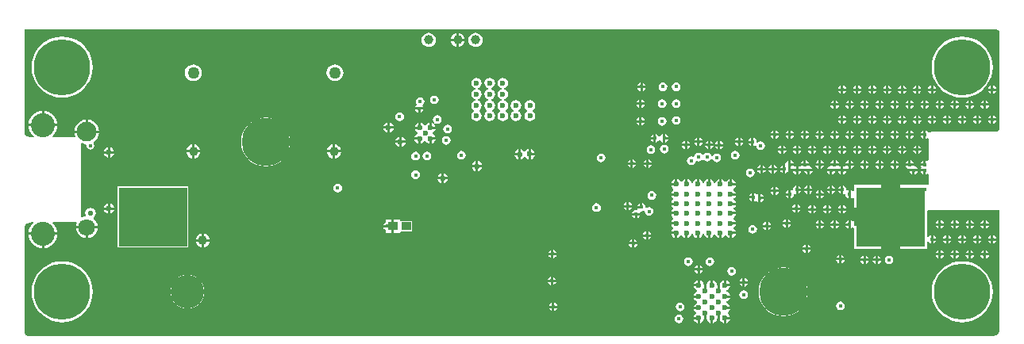
<source format=gbr>
%TF.GenerationSoftware,Altium Limited,Altium Designer,20.0.13 (296)*%
G04 Layer_Physical_Order=4*
G04 Layer_Color=16711680*
%FSLAX45Y45*%
%MOMM*%
%TF.FileFunction,Copper,L4,Bot,Signal*%
%TF.Part,Single*%
G01*
G75*
%TA.AperFunction,ComponentPad*%
%ADD59C,3.58500*%
%ADD60C,5.17500*%
%ADD61C,0.55000*%
%ADD62C,0.40500*%
%ADD63C,2.56500*%
%ADD64C,1.80000*%
%ADD65C,2.10000*%
%TA.AperFunction,ViaPad*%
%ADD66C,0.40000*%
%ADD67C,0.60000*%
%ADD68C,1.00000*%
%ADD69C,1.27000*%
%ADD70C,6.00000*%
%TA.AperFunction,SMDPad,CuDef*%
%ADD85R,7.34000X6.35000*%
%ADD86R,1.00000X0.97000*%
G36*
X2810000Y7430000D02*
D01*
D02*
G37*
G36*
X11960000Y7200000D02*
X11967956D01*
X11982658Y7193910D01*
X11993910Y7182658D01*
X12000000Y7167956D01*
Y7160000D01*
X12000000Y6150000D01*
X12000000D01*
Y6142043D01*
X11993910Y6127342D01*
X11982658Y6116090D01*
X11967956Y6110000D01*
X11960000D01*
X11280000Y6110000D01*
Y6110000D01*
X11272196Y6109231D01*
X11257777Y6103259D01*
X11255014Y6100495D01*
X11253043Y6100047D01*
X11239360Y6102802D01*
X11232727Y6112729D01*
X11217710Y6122763D01*
X11212695Y6123761D01*
Y6079997D01*
Y6036234D01*
X11217710Y6037232D01*
X11227300Y6043640D01*
X11240000Y6037032D01*
Y5802964D01*
X11227300Y5796355D01*
X11217710Y5802764D01*
X11212695Y5803761D01*
Y5759998D01*
X11199995D01*
Y5747298D01*
X11156232D01*
X11157229Y5742283D01*
X11165440Y5729995D01*
X11157234Y5717714D01*
X11156237Y5712700D01*
X11200000D01*
Y5700000D01*
X11212700D01*
Y5656237D01*
X11217714Y5657234D01*
X11227300Y5663639D01*
X11240000Y5657027D01*
Y5545555D01*
X11228400Y5542900D01*
Y5542900D01*
X10935999D01*
Y5200000D01*
Y4857100D01*
X11228400D01*
Y4932638D01*
X11241100Y4936491D01*
X11247264Y4927266D01*
X11262281Y4917232D01*
X11267295Y4916235D01*
Y4959998D01*
Y5003761D01*
X11262281Y5002764D01*
X11247264Y4992730D01*
X11241100Y4983505D01*
X11228400Y4987358D01*
Y5267345D01*
X11240000Y5270000D01*
Y5270000D01*
X12000000D01*
Y4000000D01*
Y3993105D01*
X11997310Y3979582D01*
X11992033Y3966842D01*
X11984372Y3955377D01*
X11974622Y3945627D01*
X11963157Y3937967D01*
X11950418Y3932690D01*
X11936894Y3930000D01*
X1640000D01*
Y3930000D01*
X1632043D01*
X1617342Y3936090D01*
X1606090Y3947342D01*
X1600000Y3962043D01*
Y3970000D01*
X1600000Y5070000D01*
X1600000D01*
Y5078864D01*
X1603459Y5096252D01*
X1610243Y5112631D01*
X1620093Y5127372D01*
X1623229Y5130508D01*
X1648750Y5141486D01*
X1682788Y5148737D01*
X1692922Y5149372D01*
X1697809Y5136954D01*
X1688328Y5129172D01*
X1669127Y5105776D01*
X1654859Y5079084D01*
X1646073Y5050120D01*
X1644358Y5032700D01*
X1797500D01*
X1950643D01*
X1948927Y5050120D01*
X1940141Y5079084D01*
X1925873Y5105776D01*
X1906673Y5129172D01*
X1897881Y5136388D01*
X1902445Y5149072D01*
X2152276Y5148182D01*
X2159313Y5137610D01*
X2152071Y5120125D01*
X2149776Y5102700D01*
X2264500D01*
X2379224D01*
X2376930Y5120125D01*
X2365302Y5148198D01*
X2346804Y5172304D01*
X2333837Y5182254D01*
X2334252Y5194948D01*
X2342225Y5200275D01*
X2354403Y5218501D01*
X2358680Y5240000D01*
X2354403Y5261499D01*
X2342225Y5279725D01*
X2323999Y5291903D01*
X2302500Y5296179D01*
X2281001Y5291903D01*
X2262775Y5279725D01*
X2250597Y5261499D01*
X2246321Y5240000D01*
X2250597Y5218501D01*
X2252475Y5215690D01*
X2247234Y5204122D01*
X2234375Y5202430D01*
X2212576Y5193400D01*
X2199875Y5200968D01*
X2199764Y5984240D01*
X2210323Y5991297D01*
X2230459Y5982956D01*
X2252922Y5979999D01*
X2262289Y5965956D01*
X2261104Y5960000D01*
X2264256Y5944159D01*
X2273229Y5930729D01*
X2286659Y5921755D01*
X2302500Y5918604D01*
X2318342Y5921755D01*
X2331771Y5930729D01*
X2340745Y5944159D01*
X2343896Y5960000D01*
X2340745Y5975841D01*
X2335067Y5984339D01*
X2332426Y5990802D01*
X2336851Y6001151D01*
X2357503Y6016998D01*
X2378404Y6044237D01*
X2391544Y6075959D01*
X2394353Y6097300D01*
X2264500D01*
X2134647D01*
X2137456Y6075959D01*
X2143559Y6061226D01*
X2134463Y6050000D01*
X1901313D01*
X1896769Y6062700D01*
X1906673Y6070828D01*
X1925873Y6094224D01*
X1940141Y6120916D01*
X1948927Y6149879D01*
X1950643Y6167300D01*
X1797500D01*
X1644358D01*
X1646073Y6149879D01*
X1654859Y6120916D01*
X1669127Y6094224D01*
X1688328Y6070828D01*
X1698231Y6062700D01*
X1693687Y6050000D01*
X1661176D01*
X1657743Y6050635D01*
X1626008Y6063279D01*
X1597584Y6081720D01*
Y7198064D01*
X1597952Y7198952D01*
X1598631Y7199632D01*
X1599519Y7200000D01*
X11960000D01*
Y7200000D01*
D02*
G37*
%LPC*%
G36*
X6232700Y7164379D02*
Y7102700D01*
X6294379D01*
X6293459Y7109684D01*
X6285862Y7128025D01*
X6273776Y7143776D01*
X6258025Y7155862D01*
X6239683Y7163459D01*
X6232700Y7164379D01*
D02*
G37*
G36*
X6207300D02*
X6200317Y7163459D01*
X6181975Y7155862D01*
X6166224Y7143776D01*
X6154138Y7128025D01*
X6146541Y7109684D01*
X6145621Y7102700D01*
X6207300D01*
Y7164379D01*
D02*
G37*
G36*
X6294379Y7077300D02*
X6232700D01*
Y7015621D01*
X6239683Y7016541D01*
X6258025Y7024138D01*
X6273776Y7036224D01*
X6285862Y7051975D01*
X6293459Y7070317D01*
X6294379Y7077300D01*
D02*
G37*
G36*
X6207300D02*
X6145621D01*
X6146541Y7070317D01*
X6154138Y7051975D01*
X6166224Y7036224D01*
X6181975Y7024138D01*
X6200317Y7016541D01*
X6207300Y7015621D01*
Y7077300D01*
D02*
G37*
G36*
X6410000Y7166051D02*
X6390317Y7163459D01*
X6371975Y7155862D01*
X6356224Y7143776D01*
X6344138Y7128025D01*
X6336541Y7109684D01*
X6333949Y7090000D01*
X6336541Y7070317D01*
X6344138Y7051975D01*
X6356224Y7036224D01*
X6371975Y7024138D01*
X6390317Y7016541D01*
X6410000Y7013949D01*
X6429684Y7016541D01*
X6448025Y7024138D01*
X6463776Y7036224D01*
X6475862Y7051975D01*
X6483459Y7070317D01*
X6486051Y7090000D01*
X6483459Y7109684D01*
X6475862Y7128025D01*
X6463776Y7143776D01*
X6448025Y7155862D01*
X6429684Y7163459D01*
X6410000Y7166051D01*
D02*
G37*
G36*
X5910000D02*
X5890317Y7163459D01*
X5871975Y7155862D01*
X5856224Y7143776D01*
X5844138Y7128025D01*
X5836541Y7109684D01*
X5833949Y7090000D01*
X5836541Y7070317D01*
X5844138Y7051975D01*
X5856224Y7036224D01*
X5871975Y7024138D01*
X5890317Y7016541D01*
X5910000Y7013949D01*
X5929684Y7016541D01*
X5948025Y7024138D01*
X5963776Y7036224D01*
X5975862Y7051975D01*
X5983459Y7070317D01*
X5986051Y7090000D01*
X5983459Y7109684D01*
X5975862Y7128025D01*
X5963776Y7143776D01*
X5948025Y7155862D01*
X5929684Y7163459D01*
X5910000Y7166051D01*
D02*
G37*
G36*
X4910000Y6829667D02*
X4886793Y6826612D01*
X4865167Y6817654D01*
X4846596Y6803404D01*
X4832346Y6784834D01*
X4823388Y6763207D01*
X4820333Y6740000D01*
X4823388Y6716793D01*
X4832346Y6695166D01*
X4846596Y6676596D01*
X4865167Y6662346D01*
X4886793Y6653388D01*
X4910000Y6650333D01*
X4933208Y6653388D01*
X4954834Y6662346D01*
X4973404Y6676596D01*
X4987654Y6695166D01*
X4996612Y6716793D01*
X4999667Y6740000D01*
X4996612Y6763207D01*
X4987654Y6784834D01*
X4973404Y6803404D01*
X4954834Y6817654D01*
X4933208Y6826612D01*
X4910000Y6829667D01*
D02*
G37*
G36*
X3400000D02*
X3376793Y6826612D01*
X3355167Y6817654D01*
X3336596Y6803404D01*
X3322346Y6784834D01*
X3313388Y6763207D01*
X3310333Y6740000D01*
X3313388Y6716793D01*
X3322346Y6695166D01*
X3336596Y6676596D01*
X3355167Y6662346D01*
X3376793Y6653388D01*
X3400000Y6650333D01*
X3423208Y6653388D01*
X3444834Y6662346D01*
X3463404Y6676596D01*
X3477654Y6695166D01*
X3486612Y6716793D01*
X3489667Y6740000D01*
X3486612Y6763207D01*
X3477654Y6784834D01*
X3463404Y6803404D01*
X3444834Y6817654D01*
X3423208Y6826612D01*
X3400000Y6829667D01*
D02*
G37*
G36*
X8192700Y6633763D02*
Y6602700D01*
X8223763D01*
X8222766Y6607714D01*
X8212732Y6622732D01*
X8197714Y6632766D01*
X8192700Y6633763D01*
D02*
G37*
G36*
X8167300D02*
X8162286Y6632766D01*
X8147268Y6622732D01*
X8137234Y6607714D01*
X8136236Y6602700D01*
X8167300D01*
Y6633763D01*
D02*
G37*
G36*
X11932695Y6603761D02*
Y6572697D01*
X11963758D01*
X11962761Y6577712D01*
X11952727Y6592729D01*
X11937709Y6602763D01*
X11932695Y6603761D01*
D02*
G37*
G36*
X11907295D02*
X11902281Y6602763D01*
X11887263Y6592729D01*
X11877229Y6577712D01*
X11876232Y6572697D01*
X11907295D01*
Y6603761D01*
D02*
G37*
G36*
X11292695D02*
Y6572697D01*
X11323759D01*
X11322761Y6577712D01*
X11312727Y6592729D01*
X11297709Y6602763D01*
X11292695Y6603761D01*
D02*
G37*
G36*
X11267295D02*
X11262281Y6602763D01*
X11247264Y6592729D01*
X11237229Y6577712D01*
X11236232Y6572697D01*
X11267295D01*
Y6603761D01*
D02*
G37*
G36*
X11132695D02*
Y6572697D01*
X11163759D01*
X11162761Y6577712D01*
X11152727Y6592729D01*
X11137709Y6602763D01*
X11132695Y6603761D01*
D02*
G37*
G36*
X11107295D02*
X11102281Y6602763D01*
X11087264Y6592729D01*
X11077229Y6577712D01*
X11076232Y6572697D01*
X11107295D01*
Y6603761D01*
D02*
G37*
G36*
X10972695D02*
Y6572697D01*
X11003759D01*
X11002761Y6577712D01*
X10992727Y6592729D01*
X10977710Y6602763D01*
X10972695Y6603761D01*
D02*
G37*
G36*
X10947295D02*
X10942281Y6602763D01*
X10927264Y6592729D01*
X10917229Y6577712D01*
X10916232Y6572697D01*
X10947295D01*
Y6603761D01*
D02*
G37*
G36*
X10812695D02*
Y6572697D01*
X10843759D01*
X10842761Y6577712D01*
X10832727Y6592729D01*
X10817710Y6602763D01*
X10812695Y6603761D01*
D02*
G37*
G36*
X10787295D02*
X10782281Y6602763D01*
X10767264Y6592729D01*
X10757229Y6577712D01*
X10756232Y6572697D01*
X10787295D01*
Y6603761D01*
D02*
G37*
G36*
X10652695D02*
Y6572697D01*
X10683759D01*
X10682761Y6577712D01*
X10672727Y6592729D01*
X10657710Y6602763D01*
X10652695Y6603761D01*
D02*
G37*
G36*
X10627295D02*
X10622281Y6602763D01*
X10607264Y6592729D01*
X10597230Y6577712D01*
X10596232Y6572697D01*
X10627295D01*
Y6603761D01*
D02*
G37*
G36*
X10492696D02*
Y6572697D01*
X10523759D01*
X10522762Y6577712D01*
X10512727Y6592729D01*
X10497710Y6602763D01*
X10492696Y6603761D01*
D02*
G37*
G36*
X10467296D02*
X10462281Y6602763D01*
X10447264Y6592729D01*
X10437230Y6577712D01*
X10436232Y6572697D01*
X10467296D01*
Y6603761D01*
D02*
G37*
G36*
X10332696D02*
Y6572697D01*
X10363759D01*
X10362762Y6577712D01*
X10352727Y6592729D01*
X10337710Y6602763D01*
X10332696Y6603761D01*
D02*
G37*
G36*
X10307296D02*
X10302281Y6602763D01*
X10287264Y6592729D01*
X10277230Y6577712D01*
X10276232Y6572697D01*
X10307296D01*
Y6603761D01*
D02*
G37*
G36*
X8223763Y6577300D02*
X8192700D01*
Y6546237D01*
X8197714Y6547234D01*
X8212732Y6557268D01*
X8222766Y6572286D01*
X8223763Y6577300D01*
D02*
G37*
G36*
X8167300D02*
X8136236D01*
X8137234Y6572286D01*
X8147268Y6557268D01*
X8162286Y6547234D01*
X8167300Y6546237D01*
Y6577300D01*
D02*
G37*
G36*
X8550000Y6636289D02*
X8532286Y6632766D01*
X8517268Y6622732D01*
X8507234Y6607714D01*
X8503710Y6590000D01*
X8507234Y6572286D01*
X8517268Y6557268D01*
X8532286Y6547234D01*
X8550000Y6543711D01*
X8567714Y6547234D01*
X8582732Y6557268D01*
X8592766Y6572286D01*
X8596289Y6590000D01*
X8592766Y6607714D01*
X8582732Y6622732D01*
X8567714Y6632766D01*
X8550000Y6636289D01*
D02*
G37*
G36*
X8410000D02*
X8392286Y6632766D01*
X8377268Y6622732D01*
X8367234Y6607714D01*
X8363710Y6590000D01*
X8367234Y6572286D01*
X8377268Y6557268D01*
X8392286Y6547234D01*
X8410000Y6543711D01*
X8427714Y6547234D01*
X8442732Y6557268D01*
X8452766Y6572286D01*
X8456289Y6590000D01*
X8452766Y6607714D01*
X8442732Y6622732D01*
X8427714Y6632766D01*
X8410000Y6636289D01*
D02*
G37*
G36*
X11963758Y6547297D02*
X11932695D01*
Y6516234D01*
X11937709Y6517231D01*
X11952727Y6527266D01*
X11962761Y6542283D01*
X11963758Y6547297D01*
D02*
G37*
G36*
X11907295D02*
X11876232D01*
X11877229Y6542283D01*
X11887263Y6527266D01*
X11902281Y6517231D01*
X11907295Y6516234D01*
Y6547297D01*
D02*
G37*
G36*
X11323759D02*
X11292695D01*
Y6516234D01*
X11297709Y6517231D01*
X11312727Y6527266D01*
X11322761Y6542283D01*
X11323759Y6547297D01*
D02*
G37*
G36*
X11267295D02*
X11236232D01*
X11237229Y6542283D01*
X11247264Y6527266D01*
X11262281Y6517231D01*
X11267295Y6516234D01*
Y6547297D01*
D02*
G37*
G36*
X11163759D02*
X11132695D01*
Y6516234D01*
X11137709Y6517231D01*
X11152727Y6527266D01*
X11162761Y6542283D01*
X11163759Y6547297D01*
D02*
G37*
G36*
X11107295D02*
X11076232D01*
X11077229Y6542283D01*
X11087264Y6527266D01*
X11102281Y6517231D01*
X11107295Y6516234D01*
Y6547297D01*
D02*
G37*
G36*
X11003759D02*
X10972695D01*
Y6516234D01*
X10977710Y6517231D01*
X10992727Y6527266D01*
X11002761Y6542283D01*
X11003759Y6547297D01*
D02*
G37*
G36*
X10947295D02*
X10916232D01*
X10917229Y6542283D01*
X10927264Y6527266D01*
X10942281Y6517231D01*
X10947295Y6516234D01*
Y6547297D01*
D02*
G37*
G36*
X10843759D02*
X10812695D01*
Y6516234D01*
X10817710Y6517231D01*
X10832727Y6527266D01*
X10842761Y6542283D01*
X10843759Y6547297D01*
D02*
G37*
G36*
X10787295D02*
X10756232D01*
X10757229Y6542283D01*
X10767264Y6527266D01*
X10782281Y6517231D01*
X10787295Y6516234D01*
Y6547297D01*
D02*
G37*
G36*
X10683759D02*
X10652695D01*
Y6516234D01*
X10657710Y6517231D01*
X10672727Y6527266D01*
X10682761Y6542283D01*
X10683759Y6547297D01*
D02*
G37*
G36*
X10627295D02*
X10596232D01*
X10597230Y6542283D01*
X10607264Y6527266D01*
X10622281Y6517231D01*
X10627295Y6516234D01*
Y6547297D01*
D02*
G37*
G36*
X10523759D02*
X10492696D01*
Y6516234D01*
X10497710Y6517231D01*
X10512727Y6527266D01*
X10522762Y6542283D01*
X10523759Y6547297D01*
D02*
G37*
G36*
X10467296D02*
X10436232D01*
X10437230Y6542283D01*
X10447264Y6527266D01*
X10462281Y6517231D01*
X10467296Y6516234D01*
Y6547297D01*
D02*
G37*
G36*
X10363759D02*
X10332696D01*
Y6516234D01*
X10337710Y6517231D01*
X10352727Y6527266D01*
X10362762Y6542283D01*
X10363759Y6547297D01*
D02*
G37*
G36*
X10307296D02*
X10276232D01*
X10277230Y6542283D01*
X10287264Y6527266D01*
X10302281Y6517231D01*
X10307296Y6516234D01*
Y6547297D01*
D02*
G37*
G36*
X11600000Y7126406D02*
X11548939Y7122388D01*
X11499135Y7110431D01*
X11451815Y7090830D01*
X11408143Y7064068D01*
X11369196Y7030804D01*
X11335932Y6991857D01*
X11309170Y6948185D01*
X11289569Y6900865D01*
X11277612Y6851061D01*
X11273594Y6800000D01*
X11277612Y6748939D01*
X11289569Y6699135D01*
X11309170Y6651815D01*
X11335932Y6608144D01*
X11369196Y6569196D01*
X11408143Y6535932D01*
X11451815Y6509170D01*
X11499135Y6489569D01*
X11548939Y6477613D01*
X11600000Y6473594D01*
X11651061Y6477613D01*
X11700865Y6489569D01*
X11748185Y6509170D01*
X11791857Y6535932D01*
X11830804Y6569196D01*
X11864068Y6608144D01*
X11890830Y6651815D01*
X11910431Y6699135D01*
X11922387Y6748939D01*
X11926406Y6800000D01*
X11922387Y6851061D01*
X11910431Y6900865D01*
X11890830Y6948185D01*
X11864068Y6991857D01*
X11830804Y7030804D01*
X11791857Y7064068D01*
X11748185Y7090830D01*
X11700865Y7110431D01*
X11651061Y7122388D01*
X11600000Y7126406D01*
D02*
G37*
G36*
X2000000D02*
X1948939Y7122388D01*
X1899135Y7110431D01*
X1851815Y7090830D01*
X1808143Y7064068D01*
X1769196Y7030804D01*
X1735932Y6991857D01*
X1709170Y6948185D01*
X1689569Y6900865D01*
X1677613Y6851061D01*
X1673594Y6800000D01*
X1677613Y6748939D01*
X1689569Y6699135D01*
X1709170Y6651815D01*
X1735932Y6608144D01*
X1769196Y6569196D01*
X1808143Y6535932D01*
X1851815Y6509170D01*
X1899135Y6489569D01*
X1948939Y6477613D01*
X2000000Y6473594D01*
X2051061Y6477613D01*
X2100865Y6489569D01*
X2148185Y6509170D01*
X2191857Y6535932D01*
X2230804Y6569196D01*
X2264068Y6608144D01*
X2290830Y6651815D01*
X2310431Y6699135D01*
X2322388Y6748939D01*
X2326406Y6800000D01*
X2322388Y6851061D01*
X2310431Y6900865D01*
X2290830Y6948185D01*
X2264068Y6991857D01*
X2230804Y7030804D01*
X2191857Y7064068D01*
X2148185Y7090830D01*
X2100865Y7110431D01*
X2051061Y7122388D01*
X2000000Y7126406D01*
D02*
G37*
G36*
X8182700Y6453763D02*
Y6422700D01*
X8213763D01*
X8212766Y6427714D01*
X8202732Y6442732D01*
X8187714Y6452766D01*
X8182700Y6453763D01*
D02*
G37*
G36*
X8157300D02*
X8152286Y6452766D01*
X8137268Y6442732D01*
X8127234Y6427714D01*
X8126236Y6422700D01*
X8157300D01*
Y6453763D01*
D02*
G37*
G36*
X11852695Y6443761D02*
Y6412697D01*
X11883759D01*
X11882761Y6417712D01*
X11872727Y6432729D01*
X11857709Y6442763D01*
X11852695Y6443761D01*
D02*
G37*
G36*
X11827295D02*
X11822281Y6442763D01*
X11807263Y6432729D01*
X11797229Y6417712D01*
X11796232Y6412697D01*
X11827295D01*
Y6443761D01*
D02*
G37*
G36*
X11692695D02*
Y6412697D01*
X11723759D01*
X11722761Y6417712D01*
X11712727Y6432729D01*
X11697709Y6442763D01*
X11692695Y6443761D01*
D02*
G37*
G36*
X11667295D02*
X11662281Y6442763D01*
X11647263Y6432729D01*
X11637229Y6417712D01*
X11636232Y6412697D01*
X11667295D01*
Y6443761D01*
D02*
G37*
G36*
X11532695D02*
Y6412697D01*
X11563759D01*
X11562761Y6417712D01*
X11552727Y6432729D01*
X11537709Y6442763D01*
X11532695Y6443761D01*
D02*
G37*
G36*
X11507295D02*
X11502281Y6442763D01*
X11487264Y6432729D01*
X11477229Y6417712D01*
X11476232Y6412697D01*
X11507295D01*
Y6443761D01*
D02*
G37*
G36*
X11372695D02*
Y6412697D01*
X11403759D01*
X11402761Y6417712D01*
X11392727Y6432729D01*
X11377710Y6442763D01*
X11372695Y6443761D01*
D02*
G37*
G36*
X11347295D02*
X11342281Y6442763D01*
X11327264Y6432729D01*
X11317229Y6417712D01*
X11316232Y6412697D01*
X11347295D01*
Y6443761D01*
D02*
G37*
G36*
X11212695D02*
Y6412697D01*
X11243759D01*
X11242761Y6417712D01*
X11232727Y6432729D01*
X11217710Y6442763D01*
X11212695Y6443761D01*
D02*
G37*
G36*
X11187295D02*
X11182281Y6442763D01*
X11167264Y6432729D01*
X11157229Y6417712D01*
X11156232Y6412697D01*
X11187295D01*
Y6443761D01*
D02*
G37*
G36*
X11052695D02*
Y6412697D01*
X11083759D01*
X11082761Y6417712D01*
X11072727Y6432729D01*
X11057710Y6442763D01*
X11052695Y6443761D01*
D02*
G37*
G36*
X11027295D02*
X11022281Y6442763D01*
X11007264Y6432729D01*
X10997229Y6417712D01*
X10996232Y6412697D01*
X11027295D01*
Y6443761D01*
D02*
G37*
G36*
X10892696D02*
Y6412697D01*
X10923759D01*
X10922761Y6417712D01*
X10912727Y6432729D01*
X10897710Y6442763D01*
X10892696Y6443761D01*
D02*
G37*
G36*
X10867296D02*
X10862281Y6442763D01*
X10847264Y6432729D01*
X10837230Y6417712D01*
X10836232Y6412697D01*
X10867296D01*
Y6443761D01*
D02*
G37*
G36*
X10732696D02*
Y6412697D01*
X10763759D01*
X10762762Y6417712D01*
X10752727Y6432729D01*
X10737710Y6442763D01*
X10732696Y6443761D01*
D02*
G37*
G36*
X10707296D02*
X10702281Y6442763D01*
X10687264Y6432729D01*
X10677230Y6417712D01*
X10676232Y6412697D01*
X10707296D01*
Y6443761D01*
D02*
G37*
G36*
X10572696D02*
Y6412697D01*
X10603759D01*
X10602762Y6417712D01*
X10592727Y6432729D01*
X10577710Y6442763D01*
X10572696Y6443761D01*
D02*
G37*
G36*
X10547296D02*
X10542281Y6442763D01*
X10527264Y6432729D01*
X10517230Y6417712D01*
X10516232Y6412697D01*
X10547296D01*
Y6443761D01*
D02*
G37*
G36*
X10412696D02*
Y6412697D01*
X10443759D01*
X10442762Y6417712D01*
X10432727Y6432729D01*
X10417710Y6442763D01*
X10412696Y6443761D01*
D02*
G37*
G36*
X10387296D02*
X10382281Y6442763D01*
X10367264Y6432729D01*
X10357230Y6417712D01*
X10356232Y6412697D01*
X10387296D01*
Y6443761D01*
D02*
G37*
G36*
X10252696D02*
Y6412697D01*
X10283759D01*
X10282762Y6417712D01*
X10272727Y6432729D01*
X10257710Y6442763D01*
X10252696Y6443761D01*
D02*
G37*
G36*
X10227296D02*
X10222282Y6442763D01*
X10207264Y6432729D01*
X10197230Y6417712D01*
X10196232Y6412697D01*
X10227296D01*
Y6443761D01*
D02*
G37*
G36*
X5970000Y6496290D02*
X5952286Y6492766D01*
X5937268Y6482732D01*
X5927234Y6467714D01*
X5923711Y6450000D01*
X5927234Y6432286D01*
X5937268Y6417268D01*
X5952286Y6407234D01*
X5970000Y6403711D01*
X5987714Y6407234D01*
X6002732Y6417268D01*
X6012766Y6432286D01*
X6016289Y6450000D01*
X6012766Y6467714D01*
X6002732Y6482732D01*
X5987714Y6492766D01*
X5970000Y6496290D01*
D02*
G37*
G36*
X5819988Y6476277D02*
X5802274Y6472753D01*
X5787257Y6462719D01*
X5777222Y6447701D01*
X5773699Y6429987D01*
X5777222Y6412273D01*
X5786266Y6398739D01*
X5777257Y6392719D01*
X5767222Y6377701D01*
X5766225Y6372687D01*
X5853752D01*
X5852754Y6377701D01*
X5843711Y6391236D01*
X5852720Y6397255D01*
X5862754Y6412273D01*
X5866278Y6429987D01*
X5862754Y6447701D01*
X5852720Y6462719D01*
X5837703Y6472753D01*
X5819988Y6476277D01*
D02*
G37*
G36*
X8213763Y6397300D02*
X8182700D01*
Y6366236D01*
X8187714Y6367234D01*
X8202732Y6377268D01*
X8212766Y6392286D01*
X8213763Y6397300D01*
D02*
G37*
G36*
X8157300D02*
X8126236D01*
X8127234Y6392286D01*
X8137268Y6377268D01*
X8152286Y6367234D01*
X8157300Y6366236D01*
Y6397300D01*
D02*
G37*
G36*
X8550000Y6456289D02*
X8532286Y6452766D01*
X8517268Y6442732D01*
X8507234Y6427714D01*
X8503710Y6410000D01*
X8507234Y6392286D01*
X8517268Y6377268D01*
X8532286Y6367234D01*
X8550000Y6363710D01*
X8567714Y6367234D01*
X8582732Y6377268D01*
X8592766Y6392286D01*
X8596289Y6410000D01*
X8592766Y6427714D01*
X8582732Y6442732D01*
X8567714Y6452766D01*
X8550000Y6456289D01*
D02*
G37*
G36*
X8400000D02*
X8382286Y6452766D01*
X8367268Y6442732D01*
X8357234Y6427714D01*
X8353710Y6410000D01*
X8357234Y6392286D01*
X8367268Y6377268D01*
X8382286Y6367234D01*
X8400000Y6363710D01*
X8417714Y6367234D01*
X8432732Y6377268D01*
X8442766Y6392286D01*
X8446289Y6410000D01*
X8442766Y6427714D01*
X8432732Y6442732D01*
X8417714Y6452766D01*
X8400000Y6456289D01*
D02*
G37*
G36*
X11883759Y6387297D02*
X11852695D01*
Y6356234D01*
X11857709Y6357231D01*
X11872727Y6367266D01*
X11882761Y6382283D01*
X11883759Y6387297D01*
D02*
G37*
G36*
X11827295D02*
X11796232D01*
X11797229Y6382283D01*
X11807263Y6367266D01*
X11822281Y6357231D01*
X11827295Y6356234D01*
Y6387297D01*
D02*
G37*
G36*
X11723759D02*
X11692695D01*
Y6356234D01*
X11697709Y6357231D01*
X11712727Y6367266D01*
X11722761Y6382283D01*
X11723759Y6387297D01*
D02*
G37*
G36*
X11667295D02*
X11636232D01*
X11637229Y6382283D01*
X11647263Y6367266D01*
X11662281Y6357231D01*
X11667295Y6356234D01*
Y6387297D01*
D02*
G37*
G36*
X11563759D02*
X11532695D01*
Y6356234D01*
X11537709Y6357231D01*
X11552727Y6367266D01*
X11562761Y6382283D01*
X11563759Y6387297D01*
D02*
G37*
G36*
X11507295D02*
X11476232D01*
X11477229Y6382283D01*
X11487264Y6367266D01*
X11502281Y6357231D01*
X11507295Y6356234D01*
Y6387297D01*
D02*
G37*
G36*
X11403759D02*
X11372695D01*
Y6356234D01*
X11377710Y6357231D01*
X11392727Y6367266D01*
X11402761Y6382283D01*
X11403759Y6387297D01*
D02*
G37*
G36*
X11347295D02*
X11316232D01*
X11317229Y6382283D01*
X11327264Y6367266D01*
X11342281Y6357231D01*
X11347295Y6356234D01*
Y6387297D01*
D02*
G37*
G36*
X11243759D02*
X11212695D01*
Y6356234D01*
X11217710Y6357231D01*
X11232727Y6367266D01*
X11242761Y6382283D01*
X11243759Y6387297D01*
D02*
G37*
G36*
X11187295D02*
X11156232D01*
X11157229Y6382283D01*
X11167264Y6367266D01*
X11182281Y6357231D01*
X11187295Y6356234D01*
Y6387297D01*
D02*
G37*
G36*
X11083759D02*
X11052695D01*
Y6356234D01*
X11057710Y6357231D01*
X11072727Y6367266D01*
X11082761Y6382283D01*
X11083759Y6387297D01*
D02*
G37*
G36*
X11027295D02*
X10996232D01*
X10997229Y6382283D01*
X11007264Y6367266D01*
X11022281Y6357231D01*
X11027295Y6356234D01*
Y6387297D01*
D02*
G37*
G36*
X10923759D02*
X10892696D01*
Y6356234D01*
X10897710Y6357231D01*
X10912727Y6367266D01*
X10922761Y6382283D01*
X10923759Y6387297D01*
D02*
G37*
G36*
X10867296D02*
X10836232D01*
X10837230Y6382283D01*
X10847264Y6367266D01*
X10862281Y6357231D01*
X10867296Y6356234D01*
Y6387297D01*
D02*
G37*
G36*
X10763759D02*
X10732696D01*
Y6356234D01*
X10737710Y6357231D01*
X10752727Y6367266D01*
X10762762Y6382283D01*
X10763759Y6387297D01*
D02*
G37*
G36*
X10707296D02*
X10676232D01*
X10677230Y6382283D01*
X10687264Y6367266D01*
X10702281Y6357231D01*
X10707296Y6356234D01*
Y6387297D01*
D02*
G37*
G36*
X10603759D02*
X10572696D01*
Y6356234D01*
X10577710Y6357231D01*
X10592727Y6367266D01*
X10602762Y6382283D01*
X10603759Y6387297D01*
D02*
G37*
G36*
X10547296D02*
X10516232D01*
X10517230Y6382283D01*
X10527264Y6367266D01*
X10542281Y6357231D01*
X10547296Y6356234D01*
Y6387297D01*
D02*
G37*
G36*
X10443759D02*
X10412696D01*
Y6356234D01*
X10417710Y6357231D01*
X10432727Y6367266D01*
X10442762Y6382283D01*
X10443759Y6387297D01*
D02*
G37*
G36*
X10387296D02*
X10356232D01*
X10357230Y6382283D01*
X10367264Y6367266D01*
X10382281Y6357231D01*
X10387296Y6356234D01*
Y6387297D01*
D02*
G37*
G36*
X10283759D02*
X10252696D01*
Y6356234D01*
X10257710Y6357231D01*
X10272727Y6367266D01*
X10282762Y6382283D01*
X10283759Y6387297D01*
D02*
G37*
G36*
X10227296D02*
X10196232D01*
X10197230Y6382283D01*
X10207264Y6367266D01*
X10222282Y6357231D01*
X10227296Y6356234D01*
Y6387297D01*
D02*
G37*
G36*
X5853752Y6347287D02*
X5822688D01*
Y6316224D01*
X5827703Y6317221D01*
X5842720Y6327256D01*
X5852754Y6342273D01*
X5853752Y6347287D01*
D02*
G37*
G36*
X5797288D02*
X5766225D01*
X5767222Y6342273D01*
X5777257Y6327256D01*
X5792274Y6317221D01*
X5797288Y6316224D01*
Y6347287D01*
D02*
G37*
G36*
X11932695Y6283761D02*
Y6252697D01*
X11963758D01*
X11962761Y6257712D01*
X11952727Y6272729D01*
X11937709Y6282763D01*
X11932695Y6283761D01*
D02*
G37*
G36*
X11907295D02*
X11902281Y6282763D01*
X11887263Y6272729D01*
X11877229Y6257712D01*
X11876232Y6252697D01*
X11907295D01*
Y6283761D01*
D02*
G37*
G36*
X11772695D02*
Y6252697D01*
X11803758D01*
X11802761Y6257712D01*
X11792727Y6272729D01*
X11777709Y6282763D01*
X11772695Y6283761D01*
D02*
G37*
G36*
X11747295D02*
X11742281Y6282763D01*
X11727263Y6272729D01*
X11717229Y6257712D01*
X11716232Y6252697D01*
X11747295D01*
Y6283761D01*
D02*
G37*
G36*
X11612695D02*
Y6252697D01*
X11643759D01*
X11642761Y6257712D01*
X11632727Y6272729D01*
X11617709Y6282763D01*
X11612695Y6283761D01*
D02*
G37*
G36*
X11587295D02*
X11582281Y6282763D01*
X11567263Y6272729D01*
X11557229Y6257712D01*
X11556232Y6252697D01*
X11587295D01*
Y6283761D01*
D02*
G37*
G36*
X11452695D02*
Y6252697D01*
X11483759D01*
X11482761Y6257712D01*
X11472727Y6272729D01*
X11457709Y6282763D01*
X11452695Y6283761D01*
D02*
G37*
G36*
X11427295D02*
X11422281Y6282763D01*
X11407263Y6272729D01*
X11397229Y6257712D01*
X11396232Y6252697D01*
X11427295D01*
Y6283761D01*
D02*
G37*
G36*
X11292695D02*
Y6252697D01*
X11323759D01*
X11322761Y6257712D01*
X11312727Y6272729D01*
X11297709Y6282763D01*
X11292695Y6283761D01*
D02*
G37*
G36*
X11267295D02*
X11262281Y6282763D01*
X11247264Y6272729D01*
X11237229Y6257712D01*
X11236232Y6252697D01*
X11267295D01*
Y6283761D01*
D02*
G37*
G36*
X11132695D02*
Y6252697D01*
X11163759D01*
X11162761Y6257712D01*
X11152727Y6272729D01*
X11137709Y6282763D01*
X11132695Y6283761D01*
D02*
G37*
G36*
X11107295D02*
X11102281Y6282763D01*
X11087264Y6272729D01*
X11077229Y6257712D01*
X11076232Y6252697D01*
X11107295D01*
Y6283761D01*
D02*
G37*
G36*
X10972695D02*
Y6252697D01*
X11003759D01*
X11002761Y6257712D01*
X10992727Y6272729D01*
X10977710Y6282763D01*
X10972695Y6283761D01*
D02*
G37*
G36*
X10947295D02*
X10942281Y6282763D01*
X10927264Y6272729D01*
X10917229Y6257712D01*
X10916232Y6252697D01*
X10947295D01*
Y6283761D01*
D02*
G37*
G36*
X10812695D02*
Y6252697D01*
X10843759D01*
X10842761Y6257712D01*
X10832727Y6272729D01*
X10817710Y6282763D01*
X10812695Y6283761D01*
D02*
G37*
G36*
X10787295D02*
X10782281Y6282763D01*
X10767264Y6272729D01*
X10757229Y6257712D01*
X10756232Y6252697D01*
X10787295D01*
Y6283761D01*
D02*
G37*
G36*
X10652695D02*
Y6252697D01*
X10683759D01*
X10682761Y6257712D01*
X10672727Y6272729D01*
X10657710Y6282763D01*
X10652695Y6283761D01*
D02*
G37*
G36*
X10627295D02*
X10622281Y6282763D01*
X10607264Y6272729D01*
X10597230Y6257712D01*
X10596232Y6252697D01*
X10627295D01*
Y6283761D01*
D02*
G37*
G36*
X10492696D02*
Y6252697D01*
X10523759D01*
X10522762Y6257712D01*
X10512727Y6272729D01*
X10497710Y6282763D01*
X10492696Y6283761D01*
D02*
G37*
G36*
X10467296D02*
X10462281Y6282763D01*
X10447264Y6272729D01*
X10437230Y6257712D01*
X10436232Y6252697D01*
X10467296D01*
Y6283761D01*
D02*
G37*
G36*
X10332696D02*
Y6252697D01*
X10363759D01*
X10362762Y6257712D01*
X10352727Y6272729D01*
X10337710Y6282763D01*
X10332696Y6283761D01*
D02*
G37*
G36*
X10307296D02*
X10302281Y6282763D01*
X10287264Y6272729D01*
X10277230Y6257712D01*
X10276232Y6252697D01*
X10307296D01*
Y6283761D01*
D02*
G37*
G36*
X8182700Y6263763D02*
Y6232700D01*
X8213763D01*
X8212766Y6237714D01*
X8202732Y6252732D01*
X8187714Y6262766D01*
X8182700Y6263763D01*
D02*
G37*
G36*
X8157300D02*
X8152286Y6262766D01*
X8137268Y6252732D01*
X8127234Y6237714D01*
X8126236Y6232700D01*
X8157300D01*
Y6263763D01*
D02*
G37*
G36*
X5600000Y6316289D02*
X5582286Y6312766D01*
X5567268Y6302732D01*
X5557234Y6287714D01*
X5553711Y6270000D01*
X5557234Y6252286D01*
X5567268Y6237268D01*
X5582286Y6227234D01*
X5600000Y6223710D01*
X5617714Y6227234D01*
X5632732Y6237268D01*
X5642766Y6252286D01*
X5646289Y6270000D01*
X5642766Y6287714D01*
X5632732Y6302732D01*
X5617714Y6312766D01*
X5600000Y6316289D01*
D02*
G37*
G36*
X6990000Y6446485D02*
X6968384Y6442185D01*
X6950059Y6429941D01*
X6937814Y6411616D01*
X6933515Y6390000D01*
X6937814Y6368384D01*
X6950059Y6350059D01*
X6961166Y6342637D01*
Y6327363D01*
X6950059Y6319941D01*
X6937814Y6301616D01*
X6933515Y6280000D01*
X6937814Y6258384D01*
X6950059Y6240059D01*
X6968384Y6227814D01*
X6990000Y6223515D01*
X7011616Y6227814D01*
X7029941Y6240059D01*
X7042186Y6258384D01*
X7046485Y6280000D01*
X7042186Y6301616D01*
X7029941Y6319941D01*
X7018834Y6327363D01*
Y6342637D01*
X7029941Y6350059D01*
X7042186Y6368384D01*
X7046485Y6390000D01*
X7042186Y6411616D01*
X7029941Y6429941D01*
X7011616Y6442185D01*
X6990000Y6446485D01*
D02*
G37*
G36*
X6840000D02*
X6818384Y6442185D01*
X6800059Y6429941D01*
X6787814Y6411616D01*
X6783515Y6390000D01*
X6787814Y6368384D01*
X6800059Y6350059D01*
X6811166Y6342637D01*
Y6327363D01*
X6800059Y6319941D01*
X6787814Y6301616D01*
X6783515Y6280000D01*
X6787814Y6258384D01*
X6800059Y6240059D01*
X6818384Y6227814D01*
X6840000Y6223515D01*
X6861616Y6227814D01*
X6879941Y6240059D01*
X6892186Y6258384D01*
X6896485Y6280000D01*
X6892186Y6301616D01*
X6879941Y6319941D01*
X6868834Y6327363D01*
Y6342637D01*
X6879941Y6350059D01*
X6892186Y6368384D01*
X6896485Y6390000D01*
X6892186Y6411616D01*
X6879941Y6429941D01*
X6861616Y6442185D01*
X6840000Y6446485D01*
D02*
G37*
G36*
X6700000Y6686485D02*
X6678384Y6682186D01*
X6660059Y6669941D01*
X6647814Y6651616D01*
X6643515Y6630000D01*
X6647814Y6608384D01*
X6660059Y6590059D01*
X6678384Y6577814D01*
X6685121Y6576474D01*
Y6563526D01*
X6678384Y6562186D01*
X6660059Y6549941D01*
X6647814Y6531616D01*
X6643515Y6510000D01*
X6647814Y6488384D01*
X6660059Y6470059D01*
X6678384Y6457814D01*
X6685121Y6456474D01*
Y6443526D01*
X6678384Y6442185D01*
X6660059Y6429941D01*
X6647814Y6411616D01*
X6643515Y6390000D01*
X6647814Y6368384D01*
X6660059Y6350059D01*
X6671166Y6342637D01*
Y6327363D01*
X6660059Y6319941D01*
X6647814Y6301616D01*
X6643515Y6280000D01*
X6647814Y6258384D01*
X6660059Y6240059D01*
X6678384Y6227814D01*
X6700000Y6223515D01*
X6721616Y6227814D01*
X6739941Y6240059D01*
X6752186Y6258384D01*
X6756485Y6280000D01*
X6752186Y6301616D01*
X6739941Y6319941D01*
X6728834Y6327363D01*
Y6342637D01*
X6739941Y6350059D01*
X6752186Y6368384D01*
X6756485Y6390000D01*
X6752186Y6411616D01*
X6739941Y6429941D01*
X6721616Y6442185D01*
X6714879Y6443526D01*
Y6456474D01*
X6721616Y6457814D01*
X6739941Y6470059D01*
X6752186Y6488384D01*
X6756485Y6510000D01*
X6752186Y6531616D01*
X6739941Y6549941D01*
X6721616Y6562186D01*
X6714879Y6563526D01*
Y6576474D01*
X6721616Y6577814D01*
X6739941Y6590059D01*
X6752186Y6608384D01*
X6756485Y6630000D01*
X6752186Y6651616D01*
X6739941Y6669941D01*
X6721616Y6682186D01*
X6700000Y6686485D01*
D02*
G37*
G36*
X6560000D02*
X6538384Y6682186D01*
X6520059Y6669941D01*
X6507815Y6651616D01*
X6503515Y6630000D01*
X6507815Y6608384D01*
X6520059Y6590059D01*
X6538384Y6577814D01*
X6545121Y6576474D01*
Y6563526D01*
X6538384Y6562186D01*
X6520059Y6549941D01*
X6507815Y6531616D01*
X6503515Y6510000D01*
X6507815Y6488384D01*
X6520059Y6470059D01*
X6538384Y6457814D01*
X6545121Y6456474D01*
Y6443526D01*
X6538384Y6442185D01*
X6520059Y6429941D01*
X6507815Y6411616D01*
X6503515Y6390000D01*
X6507815Y6368384D01*
X6520059Y6350059D01*
X6531167Y6342637D01*
Y6327363D01*
X6520059Y6319941D01*
X6507815Y6301616D01*
X6503515Y6280000D01*
X6507815Y6258384D01*
X6520059Y6240059D01*
X6538384Y6227814D01*
X6560000Y6223515D01*
X6581616Y6227814D01*
X6599941Y6240059D01*
X6612186Y6258384D01*
X6616485Y6280000D01*
X6612186Y6301616D01*
X6599941Y6319941D01*
X6588834Y6327363D01*
Y6342637D01*
X6599941Y6350059D01*
X6612186Y6368384D01*
X6616485Y6390000D01*
X6612186Y6411616D01*
X6599941Y6429941D01*
X6581616Y6442185D01*
X6574879Y6443526D01*
Y6456474D01*
X6581616Y6457814D01*
X6599941Y6470059D01*
X6612186Y6488384D01*
X6616485Y6510000D01*
X6612186Y6531616D01*
X6599941Y6549941D01*
X6581616Y6562186D01*
X6574879Y6563526D01*
Y6576474D01*
X6581616Y6577814D01*
X6599941Y6590059D01*
X6612186Y6608384D01*
X6616485Y6630000D01*
X6612186Y6651616D01*
X6599941Y6669941D01*
X6581616Y6682186D01*
X6560000Y6686485D01*
D02*
G37*
G36*
X6420000D02*
X6398384Y6682186D01*
X6380059Y6669941D01*
X6367815Y6651616D01*
X6363515Y6630000D01*
X6367815Y6608384D01*
X6380059Y6590059D01*
X6398384Y6577814D01*
X6405121Y6576474D01*
Y6563526D01*
X6398384Y6562186D01*
X6380059Y6549941D01*
X6367815Y6531616D01*
X6363515Y6510000D01*
X6367815Y6488384D01*
X6380059Y6470059D01*
X6398384Y6457814D01*
X6405121Y6456474D01*
Y6443526D01*
X6398384Y6442185D01*
X6380059Y6429941D01*
X6367815Y6411616D01*
X6363515Y6390000D01*
X6367815Y6368384D01*
X6380059Y6350059D01*
X6391167Y6342637D01*
Y6327363D01*
X6380059Y6319941D01*
X6367815Y6301616D01*
X6363515Y6280000D01*
X6367815Y6258384D01*
X6380059Y6240059D01*
X6398384Y6227814D01*
X6420000Y6223515D01*
X6441616Y6227814D01*
X6459941Y6240059D01*
X6472186Y6258384D01*
X6476485Y6280000D01*
X6472186Y6301616D01*
X6459941Y6319941D01*
X6448834Y6327363D01*
Y6342637D01*
X6459941Y6350059D01*
X6472186Y6368384D01*
X6476485Y6390000D01*
X6472186Y6411616D01*
X6459941Y6429941D01*
X6441616Y6442185D01*
X6434879Y6443526D01*
Y6456474D01*
X6441616Y6457814D01*
X6459941Y6470059D01*
X6472186Y6488384D01*
X6476485Y6510000D01*
X6472186Y6531616D01*
X6459941Y6549941D01*
X6441616Y6562186D01*
X6434879Y6563526D01*
Y6576474D01*
X6441616Y6577814D01*
X6459941Y6590059D01*
X6472186Y6608384D01*
X6476485Y6630000D01*
X6472186Y6651616D01*
X6459941Y6669941D01*
X6441616Y6682186D01*
X6420000Y6686485D01*
D02*
G37*
G36*
X6000000Y6286289D02*
X5982286Y6282766D01*
X5967268Y6272732D01*
X5957234Y6257714D01*
X5953710Y6240000D01*
X5957234Y6222286D01*
X5966786Y6207990D01*
X5967267Y6207268D01*
X5958994Y6198702D01*
X5950616Y6204186D01*
X5948245Y6204657D01*
X5941700Y6205959D01*
Y6164700D01*
X5982959D01*
X5981186Y6173616D01*
X5969424Y6191219D01*
X5968942Y6191941D01*
X5977215Y6200507D01*
X5977215D01*
X5977216Y6200507D01*
X5982286Y6197234D01*
X5988273Y6196043D01*
X6000000Y6193710D01*
X6017714Y6197234D01*
X6032732Y6207268D01*
X6042766Y6222286D01*
X6046289Y6240000D01*
X6042766Y6257714D01*
X6032732Y6272732D01*
X6017714Y6282766D01*
X6000000Y6286289D01*
D02*
G37*
G36*
X11963758Y6227297D02*
X11932695D01*
Y6196234D01*
X11937709Y6197231D01*
X11952727Y6207266D01*
X11962761Y6222283D01*
X11963758Y6227297D01*
D02*
G37*
G36*
X11907295D02*
X11876232D01*
X11877229Y6222283D01*
X11887263Y6207266D01*
X11902281Y6197231D01*
X11907295Y6196234D01*
Y6227297D01*
D02*
G37*
G36*
X11803758D02*
X11772695D01*
Y6196234D01*
X11777709Y6197231D01*
X11792727Y6207266D01*
X11802761Y6222283D01*
X11803758Y6227297D01*
D02*
G37*
G36*
X11747295D02*
X11716232D01*
X11717229Y6222283D01*
X11727263Y6207266D01*
X11742281Y6197231D01*
X11747295Y6196234D01*
Y6227297D01*
D02*
G37*
G36*
X11643759D02*
X11612695D01*
Y6196234D01*
X11617709Y6197231D01*
X11632727Y6207266D01*
X11642761Y6222283D01*
X11643759Y6227297D01*
D02*
G37*
G36*
X11587295D02*
X11556232D01*
X11557229Y6222283D01*
X11567263Y6207266D01*
X11582281Y6197231D01*
X11587295Y6196234D01*
Y6227297D01*
D02*
G37*
G36*
X11483759D02*
X11452695D01*
Y6196234D01*
X11457709Y6197231D01*
X11472727Y6207266D01*
X11482761Y6222283D01*
X11483759Y6227297D01*
D02*
G37*
G36*
X11427295D02*
X11396232D01*
X11397229Y6222283D01*
X11407263Y6207266D01*
X11422281Y6197231D01*
X11427295Y6196234D01*
Y6227297D01*
D02*
G37*
G36*
X11323759D02*
X11292695D01*
Y6196234D01*
X11297709Y6197231D01*
X11312727Y6207266D01*
X11322761Y6222283D01*
X11323759Y6227297D01*
D02*
G37*
G36*
X11267295D02*
X11236232D01*
X11237229Y6222283D01*
X11247264Y6207266D01*
X11262281Y6197231D01*
X11267295Y6196234D01*
Y6227297D01*
D02*
G37*
G36*
X11163759D02*
X11132695D01*
Y6196234D01*
X11137709Y6197231D01*
X11152727Y6207266D01*
X11162761Y6222283D01*
X11163759Y6227297D01*
D02*
G37*
G36*
X11107295D02*
X11076232D01*
X11077229Y6222283D01*
X11087264Y6207266D01*
X11102281Y6197231D01*
X11107295Y6196234D01*
Y6227297D01*
D02*
G37*
G36*
X11003759D02*
X10972695D01*
Y6196234D01*
X10977710Y6197231D01*
X10992727Y6207266D01*
X11002761Y6222283D01*
X11003759Y6227297D01*
D02*
G37*
G36*
X10947295D02*
X10916232D01*
X10917229Y6222283D01*
X10927264Y6207266D01*
X10942281Y6197231D01*
X10947295Y6196234D01*
Y6227297D01*
D02*
G37*
G36*
X10843759D02*
X10812695D01*
Y6196234D01*
X10817710Y6197231D01*
X10832727Y6207266D01*
X10842761Y6222283D01*
X10843759Y6227297D01*
D02*
G37*
G36*
X10787295D02*
X10756232D01*
X10757229Y6222283D01*
X10767264Y6207266D01*
X10782281Y6197231D01*
X10787295Y6196234D01*
Y6227297D01*
D02*
G37*
G36*
X10683759D02*
X10652695D01*
Y6196234D01*
X10657710Y6197231D01*
X10672727Y6207266D01*
X10682761Y6222283D01*
X10683759Y6227297D01*
D02*
G37*
G36*
X10627295D02*
X10596232D01*
X10597230Y6222283D01*
X10607264Y6207266D01*
X10622281Y6197231D01*
X10627295Y6196234D01*
Y6227297D01*
D02*
G37*
G36*
X10523759D02*
X10492696D01*
Y6196234D01*
X10497710Y6197231D01*
X10512727Y6207266D01*
X10522762Y6222283D01*
X10523759Y6227297D01*
D02*
G37*
G36*
X10467296D02*
X10436232D01*
X10437230Y6222283D01*
X10447264Y6207266D01*
X10462281Y6197231D01*
X10467296Y6196234D01*
Y6227297D01*
D02*
G37*
G36*
X10363759D02*
X10332696D01*
Y6196234D01*
X10337710Y6197231D01*
X10352727Y6207266D01*
X10362762Y6222283D01*
X10363759Y6227297D01*
D02*
G37*
G36*
X10307296D02*
X10276232D01*
X10277230Y6222283D01*
X10287264Y6207266D01*
X10302281Y6197231D01*
X10307296Y6196234D01*
Y6227297D01*
D02*
G37*
G36*
X1810200Y6333143D02*
Y6192700D01*
X1950643D01*
X1948927Y6210121D01*
X1940141Y6239084D01*
X1925873Y6265776D01*
X1906673Y6289173D01*
X1883276Y6308373D01*
X1856584Y6322641D01*
X1827621Y6331427D01*
X1810200Y6333143D01*
D02*
G37*
G36*
X1784800D02*
X1767379Y6331427D01*
X1738416Y6322641D01*
X1711724Y6308373D01*
X1688328Y6289173D01*
X1669127Y6265776D01*
X1654859Y6239084D01*
X1646073Y6210121D01*
X1644358Y6192700D01*
X1784800D01*
Y6333143D01*
D02*
G37*
G36*
X8550000Y6276289D02*
X8532286Y6272766D01*
X8517268Y6262732D01*
X8507234Y6247714D01*
X8503710Y6230000D01*
X8507234Y6212286D01*
X8517268Y6197268D01*
X8532286Y6187234D01*
X8550000Y6183711D01*
X8567714Y6187234D01*
X8582732Y6197268D01*
X8592766Y6212286D01*
X8596289Y6230000D01*
X8592766Y6247714D01*
X8582732Y6262732D01*
X8567714Y6272766D01*
X8550000Y6276289D01*
D02*
G37*
G36*
X5916300Y6205959D02*
X5907384Y6204185D01*
X5889059Y6191941D01*
X5879231Y6177232D01*
X5866671Y6176738D01*
X5865110Y6177219D01*
X5855941Y6190941D01*
X5837616Y6203185D01*
X5828700Y6204959D01*
Y6151000D01*
X5816000D01*
Y6138300D01*
X5762041D01*
X5763814Y6129384D01*
X5776059Y6111059D01*
X5788781Y6102558D01*
X5789520Y6099045D01*
X5788226Y6088076D01*
X5773059Y6077941D01*
X5760814Y6059616D01*
X5759041Y6050700D01*
X5813000D01*
Y6038000D01*
X5825700D01*
Y5984041D01*
X5834616Y5985815D01*
X5852941Y5998059D01*
X5864015Y6014632D01*
X5872132Y6015109D01*
X5877678Y6014091D01*
X5889059Y5997059D01*
X5907384Y5984815D01*
X5916300Y5983041D01*
Y6037000D01*
X5929000D01*
Y6049700D01*
X5982959D01*
X5981186Y6058616D01*
X5968941Y6076941D01*
X5953222Y6087444D01*
X5952155Y6092510D01*
Y6096490D01*
X5953222Y6101556D01*
X5968941Y6112059D01*
X5981186Y6130384D01*
X5982959Y6139300D01*
X5929000D01*
Y6152000D01*
X5916300D01*
Y6205959D01*
D02*
G37*
G36*
X8213763Y6207300D02*
X8182700D01*
Y6176237D01*
X8187714Y6177234D01*
X8202732Y6187268D01*
X8212766Y6202286D01*
X8213763Y6207300D01*
D02*
G37*
G36*
X8157300D02*
X8126236D01*
X8127234Y6202286D01*
X8137268Y6187268D01*
X8152286Y6177234D01*
X8157300Y6176237D01*
Y6207300D01*
D02*
G37*
G36*
X8400000Y6266289D02*
X8382286Y6262766D01*
X8367268Y6252732D01*
X8357234Y6237714D01*
X8353710Y6220000D01*
X8357234Y6202286D01*
X8367268Y6187268D01*
X8382286Y6177234D01*
X8400000Y6173711D01*
X8417714Y6177234D01*
X8432732Y6187268D01*
X8442766Y6202286D01*
X8446289Y6220000D01*
X8442766Y6237714D01*
X8432732Y6252732D01*
X8417714Y6262766D01*
X8400000Y6266289D01*
D02*
G37*
G36*
X5493700Y6208959D02*
Y6167700D01*
X5534959D01*
X5533186Y6176616D01*
X5520941Y6194941D01*
X5502616Y6207185D01*
X5493700Y6208959D01*
D02*
G37*
G36*
X5468300D02*
X5459384Y6207185D01*
X5441059Y6194941D01*
X5428814Y6176616D01*
X5427041Y6167700D01*
X5468300D01*
Y6208959D01*
D02*
G37*
G36*
X5803300Y6204959D02*
X5794384Y6203185D01*
X5776059Y6190941D01*
X5763814Y6172616D01*
X5762041Y6163700D01*
X5803300D01*
Y6204959D01*
D02*
G37*
G36*
X2277200Y6239853D02*
Y6122700D01*
X2394353D01*
X2391544Y6144041D01*
X2378404Y6175763D01*
X2357503Y6203002D01*
X2330263Y6223904D01*
X2298542Y6237044D01*
X2277200Y6239853D01*
D02*
G37*
G36*
X2251800D02*
X2230459Y6237044D01*
X2198738Y6223904D01*
X2171498Y6203002D01*
X2150596Y6175763D01*
X2137456Y6144041D01*
X2134647Y6122700D01*
X2251800D01*
Y6239853D01*
D02*
G37*
G36*
X5534959Y6142300D02*
X5493700D01*
Y6101041D01*
X5502616Y6102814D01*
X5520941Y6115059D01*
X5533186Y6133384D01*
X5534959Y6142300D01*
D02*
G37*
G36*
X5468300D02*
X5427041D01*
X5428814Y6133384D01*
X5441059Y6115059D01*
X5459384Y6102814D01*
X5468300Y6101041D01*
Y6142300D01*
D02*
G37*
G36*
X6110000Y6186289D02*
X6092286Y6182766D01*
X6077268Y6172732D01*
X6067234Y6157714D01*
X6063711Y6140000D01*
X6067234Y6122286D01*
X6077268Y6107268D01*
X6092286Y6097234D01*
X6110000Y6093710D01*
X6127714Y6097234D01*
X6142732Y6107268D01*
X6152766Y6122286D01*
X6156289Y6140000D01*
X6152766Y6157714D01*
X6142732Y6172732D01*
X6127714Y6182766D01*
X6110000Y6186289D01*
D02*
G37*
G36*
X11187295Y6123761D02*
X11182281Y6122763D01*
X11167264Y6112729D01*
X11157229Y6097712D01*
X11156232Y6092697D01*
X11187295D01*
Y6123761D01*
D02*
G37*
G36*
X11052695D02*
Y6092697D01*
X11083759D01*
X11082761Y6097712D01*
X11072727Y6112729D01*
X11057710Y6122763D01*
X11052695Y6123761D01*
D02*
G37*
G36*
X11027295D02*
X11022281Y6122763D01*
X11007264Y6112729D01*
X10997229Y6097712D01*
X10996232Y6092697D01*
X11027295D01*
Y6123761D01*
D02*
G37*
G36*
X10892696D02*
Y6092697D01*
X10923759D01*
X10922761Y6097712D01*
X10912727Y6112729D01*
X10897710Y6122763D01*
X10892696Y6123761D01*
D02*
G37*
G36*
X10867296D02*
X10862281Y6122763D01*
X10847264Y6112729D01*
X10837230Y6097712D01*
X10836232Y6092697D01*
X10867296D01*
Y6123761D01*
D02*
G37*
G36*
X10732696D02*
Y6092697D01*
X10763759D01*
X10762762Y6097712D01*
X10752727Y6112729D01*
X10737710Y6122763D01*
X10732696Y6123761D01*
D02*
G37*
G36*
X10707296D02*
X10702281Y6122763D01*
X10687264Y6112729D01*
X10677230Y6097712D01*
X10676232Y6092697D01*
X10707296D01*
Y6123761D01*
D02*
G37*
G36*
X10572696D02*
Y6092697D01*
X10603759D01*
X10602762Y6097712D01*
X10592727Y6112729D01*
X10577710Y6122763D01*
X10572696Y6123761D01*
D02*
G37*
G36*
X10547296D02*
X10542281Y6122763D01*
X10527264Y6112729D01*
X10517230Y6097712D01*
X10516232Y6092697D01*
X10547296D01*
Y6123761D01*
D02*
G37*
G36*
X10412696D02*
Y6092697D01*
X10443759D01*
X10442762Y6097712D01*
X10432727Y6112729D01*
X10417710Y6122763D01*
X10412696Y6123761D01*
D02*
G37*
G36*
X10387296D02*
X10382281Y6122763D01*
X10367264Y6112729D01*
X10357230Y6097712D01*
X10356232Y6092697D01*
X10387296D01*
Y6123761D01*
D02*
G37*
G36*
X10252696D02*
Y6092697D01*
X10283759D01*
X10282762Y6097712D01*
X10272727Y6112729D01*
X10257710Y6122763D01*
X10252696Y6123761D01*
D02*
G37*
G36*
X10227296D02*
X10222282Y6122763D01*
X10207264Y6112729D01*
X10197230Y6097712D01*
X10196232Y6092697D01*
X10227296D01*
Y6123761D01*
D02*
G37*
G36*
X10092696D02*
Y6092697D01*
X10123759D01*
X10122762Y6097712D01*
X10112728Y6112729D01*
X10097710Y6122763D01*
X10092696Y6123761D01*
D02*
G37*
G36*
X10067296D02*
X10062282Y6122763D01*
X10047264Y6112729D01*
X10037230Y6097712D01*
X10036232Y6092697D01*
X10067296D01*
Y6123761D01*
D02*
G37*
G36*
X9932696D02*
Y6092697D01*
X9963759D01*
X9962762Y6097712D01*
X9952728Y6112729D01*
X9937710Y6122763D01*
X9932696Y6123761D01*
D02*
G37*
G36*
X9907296D02*
X9902282Y6122763D01*
X9887264Y6112729D01*
X9877230Y6097712D01*
X9876232Y6092697D01*
X9907296D01*
Y6123761D01*
D02*
G37*
G36*
X9772696D02*
Y6092697D01*
X9803759D01*
X9802762Y6097712D01*
X9792728Y6112729D01*
X9777710Y6122763D01*
X9772696Y6123761D01*
D02*
G37*
G36*
X9747296D02*
X9742282Y6122763D01*
X9727264Y6112729D01*
X9717230Y6097712D01*
X9716233Y6092697D01*
X9747296D01*
Y6123761D01*
D02*
G37*
G36*
X9612696D02*
Y6092697D01*
X9643759D01*
X9642762Y6097712D01*
X9632728Y6112729D01*
X9617710Y6122763D01*
X9612696Y6123761D01*
D02*
G37*
G36*
X9587296D02*
X9582282Y6122763D01*
X9567264Y6112729D01*
X9557230Y6097712D01*
X9556233Y6092697D01*
X9587296D01*
Y6123761D01*
D02*
G37*
G36*
X8407300Y6083764D02*
X8402286Y6082766D01*
X8387268Y6072732D01*
X8377234Y6057714D01*
X8376474Y6053896D01*
X8363526D01*
X8362766Y6057714D01*
X8352732Y6072732D01*
X8337714Y6082766D01*
X8332700Y6083764D01*
Y6040000D01*
Y5996237D01*
X8337714Y5997234D01*
X8352732Y6007268D01*
X8362766Y6022286D01*
X8363526Y6026104D01*
X8376474D01*
X8377234Y6022286D01*
X8387268Y6007268D01*
X8402286Y5997234D01*
X8407300Y5996237D01*
Y6040000D01*
Y6083764D01*
D02*
G37*
G36*
X8432700D02*
Y6052700D01*
X8463763D01*
X8462766Y6057714D01*
X8452732Y6072732D01*
X8437714Y6082766D01*
X8432700Y6083764D01*
D02*
G37*
G36*
X8307300D02*
X8302286Y6082766D01*
X8287268Y6072732D01*
X8277234Y6057714D01*
X8276237Y6052700D01*
X8307300D01*
Y6083764D01*
D02*
G37*
G36*
X11187295Y6067297D02*
X11156232D01*
X11157229Y6062283D01*
X11167264Y6047266D01*
X11182281Y6037232D01*
X11187295Y6036234D01*
Y6067297D01*
D02*
G37*
G36*
X11083759D02*
X11052695D01*
Y6036234D01*
X11057710Y6037232D01*
X11072727Y6047266D01*
X11082761Y6062283D01*
X11083759Y6067297D01*
D02*
G37*
G36*
X11027295D02*
X10996232D01*
X10997229Y6062283D01*
X11007264Y6047266D01*
X11022281Y6037232D01*
X11027295Y6036234D01*
Y6067297D01*
D02*
G37*
G36*
X10923759D02*
X10892696D01*
Y6036234D01*
X10897710Y6037232D01*
X10912727Y6047266D01*
X10922761Y6062283D01*
X10923759Y6067297D01*
D02*
G37*
G36*
X10867296D02*
X10836232D01*
X10837230Y6062283D01*
X10847264Y6047266D01*
X10862281Y6037232D01*
X10867296Y6036234D01*
Y6067297D01*
D02*
G37*
G36*
X10763759D02*
X10732696D01*
Y6036234D01*
X10737710Y6037232D01*
X10752727Y6047266D01*
X10762762Y6062283D01*
X10763759Y6067297D01*
D02*
G37*
G36*
X10707296D02*
X10676232D01*
X10677230Y6062283D01*
X10687264Y6047266D01*
X10702281Y6037232D01*
X10707296Y6036234D01*
Y6067297D01*
D02*
G37*
G36*
X10603759D02*
X10572696D01*
Y6036234D01*
X10577710Y6037232D01*
X10592727Y6047266D01*
X10602762Y6062283D01*
X10603759Y6067297D01*
D02*
G37*
G36*
X10547296D02*
X10516232D01*
X10517230Y6062283D01*
X10527264Y6047266D01*
X10542281Y6037232D01*
X10547296Y6036234D01*
Y6067297D01*
D02*
G37*
G36*
X10443759D02*
X10412696D01*
Y6036234D01*
X10417710Y6037232D01*
X10432727Y6047266D01*
X10442762Y6062283D01*
X10443759Y6067297D01*
D02*
G37*
G36*
X10387296D02*
X10356232D01*
X10357230Y6062283D01*
X10367264Y6047266D01*
X10382281Y6037232D01*
X10387296Y6036234D01*
Y6067297D01*
D02*
G37*
G36*
X10283759D02*
X10252696D01*
Y6036234D01*
X10257710Y6037232D01*
X10272727Y6047266D01*
X10282762Y6062283D01*
X10283759Y6067297D01*
D02*
G37*
G36*
X10227296D02*
X10196232D01*
X10197230Y6062283D01*
X10207264Y6047266D01*
X10222282Y6037232D01*
X10227296Y6036234D01*
Y6067297D01*
D02*
G37*
G36*
X10123759D02*
X10092696D01*
Y6036234D01*
X10097710Y6037232D01*
X10112728Y6047266D01*
X10122762Y6062283D01*
X10123759Y6067297D01*
D02*
G37*
G36*
X10067296D02*
X10036232D01*
X10037230Y6062283D01*
X10047264Y6047266D01*
X10062282Y6037232D01*
X10067296Y6036234D01*
Y6067297D01*
D02*
G37*
G36*
X9963759D02*
X9932696D01*
Y6036234D01*
X9937710Y6037232D01*
X9952728Y6047266D01*
X9962762Y6062283D01*
X9963759Y6067297D01*
D02*
G37*
G36*
X9907296D02*
X9876232D01*
X9877230Y6062283D01*
X9887264Y6047266D01*
X9902282Y6037232D01*
X9907296Y6036234D01*
Y6067297D01*
D02*
G37*
G36*
X9803759D02*
X9772696D01*
Y6036234D01*
X9777710Y6037232D01*
X9792728Y6047266D01*
X9802762Y6062283D01*
X9803759Y6067297D01*
D02*
G37*
G36*
X9747296D02*
X9716233D01*
X9717230Y6062283D01*
X9727264Y6047266D01*
X9742282Y6037232D01*
X9747296Y6036234D01*
Y6067297D01*
D02*
G37*
G36*
X9643759D02*
X9612696D01*
Y6036234D01*
X9617710Y6037232D01*
X9632728Y6047266D01*
X9642762Y6062283D01*
X9643759Y6067297D01*
D02*
G37*
G36*
X9587296D02*
X9556233D01*
X9557230Y6062283D01*
X9567264Y6047266D01*
X9582282Y6037232D01*
X9587296Y6036234D01*
Y6067297D01*
D02*
G37*
G36*
X8798700Y6048364D02*
Y6017300D01*
X8829763D01*
X8828766Y6022314D01*
X8818732Y6037332D01*
X8803714Y6047366D01*
X8798700Y6048364D01*
D02*
G37*
G36*
X8773300D02*
X8768286Y6047366D01*
X8753268Y6037332D01*
X8743234Y6022314D01*
X8742237Y6017300D01*
X8773300D01*
Y6048364D01*
D02*
G37*
G36*
X9234700Y6047763D02*
Y6016700D01*
X9265764D01*
X9264766Y6021714D01*
X9254732Y6036732D01*
X9239714Y6046766D01*
X9234700Y6047763D01*
D02*
G37*
G36*
X9209300D02*
X9204286Y6046766D01*
X9189268Y6036732D01*
X9179234Y6021714D01*
X9178237Y6016700D01*
X9209300D01*
Y6047763D01*
D02*
G37*
G36*
X5620700Y6056959D02*
Y6015700D01*
X5661959D01*
X5660186Y6024616D01*
X5647941Y6042941D01*
X5629616Y6055186D01*
X5620700Y6056959D01*
D02*
G37*
G36*
X5595300D02*
X5586384Y6055186D01*
X5568059Y6042941D01*
X5555814Y6024616D01*
X5554041Y6015700D01*
X5595300D01*
Y6056959D01*
D02*
G37*
G36*
X9348300Y6044763D02*
X9343286Y6043766D01*
X9328268Y6033732D01*
X9318234Y6018714D01*
X9317237Y6013700D01*
X9348300D01*
Y6044763D01*
D02*
G37*
G36*
X8463763Y6027300D02*
X8432700D01*
Y5996237D01*
X8437714Y5997234D01*
X8452732Y6007268D01*
X8462766Y6022286D01*
X8463763Y6027300D01*
D02*
G37*
G36*
X8307300D02*
X8276237D01*
X8277234Y6022286D01*
X8287268Y6007268D01*
X8302286Y5997234D01*
X8307300Y5996237D01*
Y6027300D01*
D02*
G37*
G36*
X5800300Y6025300D02*
X5759041D01*
X5760814Y6016384D01*
X5773059Y5998059D01*
X5791384Y5985815D01*
X5800300Y5984041D01*
Y6025300D01*
D02*
G37*
G36*
X8914700Y6014763D02*
Y5983700D01*
X8945763D01*
X8944766Y5988714D01*
X8934732Y6003732D01*
X8919714Y6013766D01*
X8914700Y6014763D01*
D02*
G37*
G36*
X8889300D02*
X8884286Y6013766D01*
X8869268Y6003732D01*
X8859234Y5988714D01*
X8858237Y5983700D01*
X8889300D01*
Y6014763D01*
D02*
G37*
G36*
X5982959Y6024300D02*
X5941700D01*
Y5983041D01*
X5950616Y5984815D01*
X5968941Y5997059D01*
X5981186Y6015384D01*
X5982959Y6024300D01*
D02*
G37*
G36*
X8667700Y6012763D02*
Y5981700D01*
X8698763D01*
X8697766Y5986714D01*
X8687732Y6001732D01*
X8672714Y6011766D01*
X8667700Y6012763D01*
D02*
G37*
G36*
X8642300D02*
X8637286Y6011766D01*
X8622268Y6001732D01*
X8612234Y5986714D01*
X8611237Y5981700D01*
X8642300D01*
Y6012763D01*
D02*
G37*
G36*
X9019700Y6009763D02*
Y5978700D01*
X9050763D01*
X9049766Y5983714D01*
X9039732Y5998732D01*
X9024714Y6008766D01*
X9019700Y6009763D01*
D02*
G37*
G36*
X8994300D02*
X8989286Y6008766D01*
X8974268Y5998732D01*
X8964234Y5983714D01*
X8963237Y5978700D01*
X8994300D01*
Y6009763D01*
D02*
G37*
G36*
X6098000Y6062289D02*
X6080286Y6058766D01*
X6065268Y6048732D01*
X6055234Y6033714D01*
X6051711Y6016000D01*
X6055234Y5998286D01*
X6065268Y5983268D01*
X6080286Y5973234D01*
X6098000Y5969710D01*
X6115714Y5973234D01*
X6130732Y5983268D01*
X6140766Y5998286D01*
X6144289Y6016000D01*
X6140766Y6033714D01*
X6130732Y6048732D01*
X6115714Y6058766D01*
X6098000Y6062289D01*
D02*
G37*
G36*
X8829763Y5991900D02*
X8798700D01*
Y5960837D01*
X8803714Y5961834D01*
X8818732Y5971868D01*
X8828766Y5986886D01*
X8829763Y5991900D01*
D02*
G37*
G36*
X8773300D02*
X8742237D01*
X8743234Y5986886D01*
X8753268Y5971868D01*
X8768286Y5961834D01*
X8773300Y5960837D01*
Y5991900D01*
D02*
G37*
G36*
X9265764Y5991300D02*
X9234700D01*
Y5960236D01*
X9239714Y5961234D01*
X9254732Y5971268D01*
X9264766Y5986286D01*
X9265764Y5991300D01*
D02*
G37*
G36*
X9209300D02*
X9178237D01*
X9179234Y5986286D01*
X9189268Y5971268D01*
X9204286Y5961234D01*
X9209300Y5960236D01*
Y5991300D01*
D02*
G37*
G36*
X9348300Y5988300D02*
X9317237D01*
X9318234Y5983286D01*
X9328268Y5968268D01*
X9343286Y5958234D01*
X9348300Y5957236D01*
Y5988300D01*
D02*
G37*
G36*
X5661959Y5990300D02*
X5620700D01*
Y5949041D01*
X5629616Y5950814D01*
X5647941Y5963059D01*
X5660186Y5981384D01*
X5661959Y5990300D01*
D02*
G37*
G36*
X5595300D02*
X5554041D01*
X5555814Y5981384D01*
X5568059Y5963059D01*
X5586384Y5950814D01*
X5595300Y5949041D01*
Y5990300D01*
D02*
G37*
G36*
X11132695Y5963761D02*
Y5932698D01*
X11163759D01*
X11162761Y5937712D01*
X11152727Y5952729D01*
X11137709Y5962764D01*
X11132695Y5963761D01*
D02*
G37*
G36*
X11107295D02*
X11102281Y5962764D01*
X11087264Y5952729D01*
X11077229Y5937712D01*
X11076232Y5932698D01*
X11107295D01*
Y5963761D01*
D02*
G37*
G36*
X10972695D02*
Y5932698D01*
X11003759D01*
X11002761Y5937712D01*
X10992727Y5952729D01*
X10977710Y5962764D01*
X10972695Y5963761D01*
D02*
G37*
G36*
X10947295D02*
X10942281Y5962764D01*
X10927264Y5952729D01*
X10917229Y5937712D01*
X10916232Y5932698D01*
X10947295D01*
Y5963761D01*
D02*
G37*
G36*
X10812695D02*
Y5932698D01*
X10843759D01*
X10842761Y5937712D01*
X10832727Y5952729D01*
X10817710Y5962764D01*
X10812695Y5963761D01*
D02*
G37*
G36*
X10787295D02*
X10782281Y5962764D01*
X10767264Y5952729D01*
X10757229Y5937712D01*
X10756232Y5932698D01*
X10787295D01*
Y5963761D01*
D02*
G37*
G36*
X10652695D02*
Y5932698D01*
X10683759D01*
X10682761Y5937712D01*
X10672727Y5952729D01*
X10657710Y5962764D01*
X10652695Y5963761D01*
D02*
G37*
G36*
X10627295D02*
X10622281Y5962764D01*
X10607264Y5952729D01*
X10597230Y5937712D01*
X10596232Y5932698D01*
X10627295D01*
Y5963761D01*
D02*
G37*
G36*
X10492696D02*
Y5932698D01*
X10523759D01*
X10522762Y5937712D01*
X10512727Y5952729D01*
X10497710Y5962764D01*
X10492696Y5963761D01*
D02*
G37*
G36*
X10467296D02*
X10462281Y5962764D01*
X10447264Y5952729D01*
X10437230Y5937712D01*
X10436232Y5932698D01*
X10467296D01*
Y5963761D01*
D02*
G37*
G36*
X10332696D02*
Y5932698D01*
X10363759D01*
X10362762Y5937712D01*
X10352727Y5952729D01*
X10337710Y5962764D01*
X10332696Y5963761D01*
D02*
G37*
G36*
X10307296D02*
X10302281Y5962764D01*
X10287264Y5952729D01*
X10277230Y5937712D01*
X10276232Y5932698D01*
X10307296D01*
Y5963761D01*
D02*
G37*
G36*
X10172696D02*
Y5932698D01*
X10203759D01*
X10202762Y5937712D01*
X10192727Y5952729D01*
X10177710Y5962764D01*
X10172696Y5963761D01*
D02*
G37*
G36*
X10147296D02*
X10142281Y5962764D01*
X10127264Y5952729D01*
X10117230Y5937712D01*
X10116232Y5932698D01*
X10147296D01*
Y5963761D01*
D02*
G37*
G36*
X10012696D02*
Y5932698D01*
X10043759D01*
X10042762Y5937712D01*
X10032727Y5952729D01*
X10017710Y5962764D01*
X10012696Y5963761D01*
D02*
G37*
G36*
X9987296D02*
X9982282Y5962764D01*
X9967264Y5952729D01*
X9957230Y5937712D01*
X9956232Y5932698D01*
X9987296D01*
Y5963761D01*
D02*
G37*
G36*
X9852696D02*
Y5932698D01*
X9883759D01*
X9882762Y5937712D01*
X9872728Y5952729D01*
X9857710Y5962764D01*
X9852696Y5963761D01*
D02*
G37*
G36*
X9827296D02*
X9822282Y5962764D01*
X9807264Y5952729D01*
X9797230Y5937712D01*
X9796232Y5932698D01*
X9827296D01*
Y5963761D01*
D02*
G37*
G36*
X9692696D02*
Y5932698D01*
X9723759D01*
X9722762Y5937712D01*
X9712728Y5952729D01*
X9697710Y5962764D01*
X9692696Y5963761D01*
D02*
G37*
G36*
X9667296D02*
X9662282Y5962764D01*
X9647264Y5952729D01*
X9637230Y5937712D01*
X9636232Y5932698D01*
X9667296D01*
Y5963761D01*
D02*
G37*
G36*
X8945763Y5958300D02*
X8914700D01*
Y5927237D01*
X8919714Y5928234D01*
X8934732Y5938268D01*
X8944766Y5953286D01*
X8945763Y5958300D01*
D02*
G37*
G36*
X8889300D02*
X8858237D01*
X8859234Y5953286D01*
X8869268Y5938268D01*
X8884286Y5928234D01*
X8889300Y5927237D01*
Y5958300D01*
D02*
G37*
G36*
X8698763Y5956300D02*
X8667700D01*
Y5925237D01*
X8672714Y5926234D01*
X8687732Y5936268D01*
X8697766Y5951286D01*
X8698763Y5956300D01*
D02*
G37*
G36*
X8642300D02*
X8611237D01*
X8612234Y5951286D01*
X8622268Y5936268D01*
X8637286Y5926234D01*
X8642300Y5925237D01*
Y5956300D01*
D02*
G37*
G36*
X9050763Y5953300D02*
X9019700D01*
Y5922237D01*
X9024714Y5923234D01*
X9039732Y5933268D01*
X9049766Y5948286D01*
X9050763Y5953300D01*
D02*
G37*
G36*
X8994300D02*
X8963237D01*
X8964234Y5948286D01*
X8974268Y5933268D01*
X8989286Y5923234D01*
X8994300Y5922237D01*
Y5953300D01*
D02*
G37*
G36*
X9373700Y6044763D02*
Y6001000D01*
Y5957236D01*
X9378714Y5958234D01*
X9392203Y5967247D01*
X9398003Y5965194D01*
X9403899Y5960950D01*
X9403710Y5960000D01*
X9407234Y5942286D01*
X9417268Y5927268D01*
X9432286Y5917234D01*
X9450000Y5913711D01*
X9467714Y5917234D01*
X9482732Y5927268D01*
X9492766Y5942286D01*
X9496289Y5960000D01*
X9492766Y5977714D01*
X9482732Y5992732D01*
X9467714Y6002766D01*
X9450000Y6006289D01*
X9432286Y6002766D01*
X9418797Y5993753D01*
X9412997Y5995806D01*
X9407101Y6000049D01*
X9407290Y6001000D01*
X9403766Y6018714D01*
X9393732Y6033732D01*
X9378714Y6043766D01*
X9373700Y6044763D01*
D02*
G37*
G36*
X4912700Y5974379D02*
Y5912700D01*
X4974379D01*
X4973459Y5919683D01*
X4965862Y5938025D01*
X4953776Y5953776D01*
X4938025Y5965862D01*
X4919684Y5973459D01*
X4912700Y5974379D01*
D02*
G37*
G36*
X4887300D02*
X4880317Y5973459D01*
X4861975Y5965862D01*
X4846224Y5953776D01*
X4834138Y5938025D01*
X4826541Y5919683D01*
X4825621Y5912700D01*
X4887300D01*
Y5974379D01*
D02*
G37*
G36*
X3412700D02*
Y5912700D01*
X3474379D01*
X3473459Y5919683D01*
X3465862Y5938025D01*
X3453776Y5953776D01*
X3438025Y5965862D01*
X3419684Y5973459D01*
X3412700Y5974379D01*
D02*
G37*
G36*
X3387300D02*
X3380317Y5973459D01*
X3361975Y5965862D01*
X3346224Y5953776D01*
X3334138Y5938025D01*
X3326541Y5919683D01*
X3325621Y5912700D01*
X3387300D01*
Y5974379D01*
D02*
G37*
G36*
X2512700Y5943959D02*
Y5902700D01*
X2553959D01*
X2552186Y5911616D01*
X2539941Y5929941D01*
X2521616Y5942185D01*
X2512700Y5943959D01*
D02*
G37*
G36*
X2487300D02*
X2478384Y5942185D01*
X2460059Y5929941D01*
X2447815Y5911616D01*
X2446041Y5902700D01*
X2487300D01*
Y5943959D01*
D02*
G37*
G36*
X6973300Y5924959D02*
X6964384Y5923186D01*
X6946059Y5910941D01*
X6940469Y5902575D01*
X6925195D01*
X6920941Y5908941D01*
X6902616Y5921186D01*
X6893700Y5922959D01*
Y5869000D01*
Y5815041D01*
X6902616Y5816814D01*
X6920941Y5829059D01*
X6926531Y5837425D01*
X6941805D01*
X6946059Y5831059D01*
X6964384Y5818814D01*
X6973300Y5817041D01*
Y5871000D01*
Y5924959D01*
D02*
G37*
G36*
X6998700D02*
Y5883700D01*
X7039959D01*
X7038186Y5892616D01*
X7025941Y5910941D01*
X7007616Y5923186D01*
X6998700Y5924959D01*
D02*
G37*
G36*
X6868300Y5922959D02*
X6859384Y5921186D01*
X6841059Y5908941D01*
X6828814Y5890616D01*
X6827041Y5881700D01*
X6868300D01*
Y5922959D01*
D02*
G37*
G36*
X8423000Y5970289D02*
X8405286Y5966766D01*
X8390268Y5956732D01*
X8380234Y5941714D01*
X8376710Y5924000D01*
X8380234Y5906286D01*
X8390268Y5891268D01*
X8405286Y5881234D01*
X8423000Y5877710D01*
X8440714Y5881234D01*
X8455732Y5891268D01*
X8465766Y5906286D01*
X8469289Y5924000D01*
X8465766Y5941714D01*
X8455732Y5956732D01*
X8440714Y5966766D01*
X8423000Y5970289D01*
D02*
G37*
G36*
X11163759Y5907298D02*
X11132695D01*
Y5876234D01*
X11137709Y5877232D01*
X11152727Y5887266D01*
X11162761Y5902283D01*
X11163759Y5907298D01*
D02*
G37*
G36*
X11107295D02*
X11076232D01*
X11077229Y5902283D01*
X11087264Y5887266D01*
X11102281Y5877232D01*
X11107295Y5876234D01*
Y5907298D01*
D02*
G37*
G36*
X11003759D02*
X10972695D01*
Y5876234D01*
X10977710Y5877232D01*
X10992727Y5887266D01*
X11002761Y5902283D01*
X11003759Y5907298D01*
D02*
G37*
G36*
X10947295D02*
X10916232D01*
X10917229Y5902283D01*
X10927264Y5887266D01*
X10942281Y5877232D01*
X10947295Y5876234D01*
Y5907298D01*
D02*
G37*
G36*
X10843759D02*
X10812695D01*
Y5876234D01*
X10817710Y5877232D01*
X10832727Y5887266D01*
X10842761Y5902283D01*
X10843759Y5907298D01*
D02*
G37*
G36*
X10787295D02*
X10756232D01*
X10757229Y5902283D01*
X10767264Y5887266D01*
X10782281Y5877232D01*
X10787295Y5876234D01*
Y5907298D01*
D02*
G37*
G36*
X10683759D02*
X10652695D01*
Y5876234D01*
X10657710Y5877232D01*
X10672727Y5887266D01*
X10682761Y5902283D01*
X10683759Y5907298D01*
D02*
G37*
G36*
X10627295D02*
X10596232D01*
X10597230Y5902283D01*
X10607264Y5887266D01*
X10622281Y5877232D01*
X10627295Y5876234D01*
Y5907298D01*
D02*
G37*
G36*
X10523759D02*
X10492696D01*
Y5876234D01*
X10497710Y5877232D01*
X10512727Y5887266D01*
X10522762Y5902283D01*
X10523759Y5907298D01*
D02*
G37*
G36*
X10467296D02*
X10436232D01*
X10437230Y5902283D01*
X10447264Y5887266D01*
X10462281Y5877232D01*
X10467296Y5876234D01*
Y5907298D01*
D02*
G37*
G36*
X10363759D02*
X10332696D01*
Y5876234D01*
X10337710Y5877232D01*
X10352727Y5887266D01*
X10362762Y5902283D01*
X10363759Y5907298D01*
D02*
G37*
G36*
X10307296D02*
X10276232D01*
X10277230Y5902283D01*
X10287264Y5887266D01*
X10302281Y5877232D01*
X10307296Y5876234D01*
Y5907298D01*
D02*
G37*
G36*
X10203759D02*
X10172696D01*
Y5876234D01*
X10177710Y5877232D01*
X10192727Y5887266D01*
X10202762Y5902283D01*
X10203759Y5907298D01*
D02*
G37*
G36*
X10147296D02*
X10116232D01*
X10117230Y5902283D01*
X10127264Y5887266D01*
X10142281Y5877232D01*
X10147296Y5876234D01*
Y5907298D01*
D02*
G37*
G36*
X10043759D02*
X10012696D01*
Y5876234D01*
X10017710Y5877232D01*
X10032727Y5887266D01*
X10042762Y5902283D01*
X10043759Y5907298D01*
D02*
G37*
G36*
X9987296D02*
X9956232D01*
X9957230Y5902283D01*
X9967264Y5887266D01*
X9982282Y5877232D01*
X9987296Y5876234D01*
Y5907298D01*
D02*
G37*
G36*
X9883759D02*
X9852696D01*
Y5876234D01*
X9857710Y5877232D01*
X9872728Y5887266D01*
X9882762Y5902283D01*
X9883759Y5907298D01*
D02*
G37*
G36*
X9827296D02*
X9796232D01*
X9797230Y5902283D01*
X9807264Y5887266D01*
X9822282Y5877232D01*
X9827296Y5876234D01*
Y5907298D01*
D02*
G37*
G36*
X9723759D02*
X9692696D01*
Y5876234D01*
X9697710Y5877232D01*
X9712728Y5887266D01*
X9722762Y5902283D01*
X9723759Y5907298D01*
D02*
G37*
G36*
X9667296D02*
X9636232D01*
X9637230Y5902283D01*
X9647264Y5887266D01*
X9662282Y5877232D01*
X9667296Y5876234D01*
Y5907298D01*
D02*
G37*
G36*
X8280000Y5966290D02*
X8262286Y5962766D01*
X8247268Y5952732D01*
X8237234Y5937714D01*
X8233710Y5920000D01*
X8237234Y5902286D01*
X8247268Y5887268D01*
X8262286Y5877234D01*
X8280000Y5873711D01*
X8297714Y5877234D01*
X8312732Y5887268D01*
X8322766Y5902286D01*
X8326289Y5920000D01*
X8322766Y5937714D01*
X8312732Y5952732D01*
X8297714Y5962766D01*
X8280000Y5966290D01*
D02*
G37*
G36*
X8880000Y5886289D02*
X8862286Y5882766D01*
X8847268Y5872732D01*
X8842637Y5865801D01*
X8827363D01*
X8822732Y5872732D01*
X8807714Y5882766D01*
X8790000Y5886289D01*
X8772286Y5882766D01*
X8757268Y5872732D01*
X8747234Y5857714D01*
X8745001Y5846490D01*
X8731731Y5840082D01*
X8727714Y5842766D01*
X8710000Y5846290D01*
X8692286Y5842766D01*
X8677268Y5832732D01*
X8667234Y5817714D01*
X8663711Y5800000D01*
X8667234Y5782286D01*
X8677268Y5767268D01*
X8692286Y5757234D01*
X8710000Y5753711D01*
X8727714Y5757234D01*
X8742732Y5767268D01*
X8752766Y5782286D01*
X8754999Y5793510D01*
X8768269Y5799918D01*
X8772286Y5797234D01*
X8790000Y5793711D01*
X8807714Y5797234D01*
X8822732Y5807268D01*
X8827363Y5814199D01*
X8842637D01*
X8847268Y5807268D01*
X8862286Y5797234D01*
X8880000Y5793711D01*
X8897714Y5797234D01*
X8912732Y5807268D01*
X8922404Y5821744D01*
X8924811Y5822096D01*
X8935480Y5821105D01*
X8937234Y5812286D01*
X8947268Y5797268D01*
X8962286Y5787234D01*
X8980000Y5783711D01*
X8997714Y5787234D01*
X9012732Y5797268D01*
X9022766Y5812286D01*
X9026290Y5830000D01*
X9022766Y5847714D01*
X9012732Y5862732D01*
X8997714Y5872766D01*
X8980000Y5876289D01*
X8962286Y5872766D01*
X8947268Y5862732D01*
X8937596Y5848256D01*
X8935189Y5847904D01*
X8924520Y5848895D01*
X8922766Y5857714D01*
X8912732Y5872732D01*
X8897714Y5882766D01*
X8880000Y5886289D01*
D02*
G37*
G36*
X2553959Y5877300D02*
X2512700D01*
Y5836041D01*
X2521616Y5837814D01*
X2539941Y5850059D01*
X2552186Y5868384D01*
X2553959Y5877300D01*
D02*
G37*
G36*
X2487300D02*
X2446041D01*
X2447815Y5868384D01*
X2460059Y5850059D01*
X2478384Y5837814D01*
X2487300Y5836041D01*
Y5877300D01*
D02*
G37*
G36*
X4974379Y5887300D02*
X4912700D01*
Y5825621D01*
X4919684Y5826541D01*
X4938025Y5834138D01*
X4953776Y5846224D01*
X4965862Y5861975D01*
X4973459Y5880316D01*
X4974379Y5887300D01*
D02*
G37*
G36*
X4887300D02*
X4825621D01*
X4826541Y5880316D01*
X4834138Y5861975D01*
X4846224Y5846224D01*
X4861975Y5834138D01*
X4880317Y5826541D01*
X4887300Y5825621D01*
Y5887300D01*
D02*
G37*
G36*
X3474379D02*
X3412700D01*
Y5825621D01*
X3419684Y5826541D01*
X3438025Y5834138D01*
X3453776Y5846224D01*
X3465862Y5861975D01*
X3473459Y5880316D01*
X3474379Y5887300D01*
D02*
G37*
G36*
X3387300D02*
X3325621D01*
X3326541Y5880316D01*
X3334138Y5861975D01*
X3346224Y5846224D01*
X3361975Y5834138D01*
X3380317Y5826541D01*
X3387300Y5825621D01*
Y5887300D01*
D02*
G37*
G36*
X7039959Y5858300D02*
X6998700D01*
Y5817041D01*
X7007616Y5818814D01*
X7025941Y5831059D01*
X7038186Y5849384D01*
X7039959Y5858300D01*
D02*
G37*
G36*
X6868300Y5856300D02*
X6827041D01*
X6828814Y5847384D01*
X6841059Y5829059D01*
X6859384Y5816814D01*
X6868300Y5815041D01*
Y5856300D01*
D02*
G37*
G36*
X9180000Y5906289D02*
X9162286Y5902766D01*
X9147268Y5892732D01*
X9137234Y5877714D01*
X9133710Y5860000D01*
X9137234Y5842286D01*
X9147268Y5827268D01*
X9162286Y5817234D01*
X9180000Y5813710D01*
X9197714Y5817234D01*
X9212732Y5827268D01*
X9222766Y5842286D01*
X9226289Y5860000D01*
X9222766Y5877714D01*
X9212732Y5892732D01*
X9197714Y5902766D01*
X9180000Y5906289D01*
D02*
G37*
G36*
X6260000D02*
X6242286Y5902766D01*
X6227268Y5892732D01*
X6217234Y5877714D01*
X6213710Y5860000D01*
X6217234Y5842286D01*
X6227268Y5827268D01*
X6242286Y5817234D01*
X6260000Y5813710D01*
X6277714Y5817234D01*
X6292732Y5827268D01*
X6302766Y5842286D01*
X6306289Y5860000D01*
X6302766Y5877714D01*
X6292732Y5892732D01*
X6277714Y5902766D01*
X6260000Y5906289D01*
D02*
G37*
G36*
X5890100Y5896289D02*
X5872386Y5892766D01*
X5857368Y5882732D01*
X5847334Y5867714D01*
X5843811Y5850000D01*
X5847334Y5832286D01*
X5857368Y5817268D01*
X5872386Y5807234D01*
X5890100Y5803711D01*
X5907814Y5807234D01*
X5922832Y5817268D01*
X5932866Y5832286D01*
X5936389Y5850000D01*
X5932866Y5867714D01*
X5922832Y5882732D01*
X5907814Y5892766D01*
X5890100Y5896289D01*
D02*
G37*
G36*
X5770000D02*
X5752286Y5892766D01*
X5737268Y5882732D01*
X5727234Y5867714D01*
X5723710Y5850000D01*
X5727234Y5832286D01*
X5737268Y5817268D01*
X5752286Y5807234D01*
X5770000Y5803711D01*
X5787714Y5807234D01*
X5802732Y5817268D01*
X5812766Y5832286D01*
X5816289Y5850000D01*
X5812766Y5867714D01*
X5802732Y5882732D01*
X5787714Y5892766D01*
X5770000Y5896289D01*
D02*
G37*
G36*
X7750000Y5876289D02*
X7732286Y5872766D01*
X7717268Y5862732D01*
X7707234Y5847714D01*
X7703711Y5830000D01*
X7707234Y5812286D01*
X7717268Y5797268D01*
X7732286Y5787234D01*
X7750000Y5783711D01*
X7767714Y5787234D01*
X7782732Y5797268D01*
X7792766Y5812286D01*
X7796289Y5830000D01*
X7792766Y5847714D01*
X7782732Y5862732D01*
X7767714Y5872766D01*
X7750000Y5876289D01*
D02*
G37*
G36*
X8258700Y5813364D02*
Y5782300D01*
X8289763D01*
X8288766Y5787314D01*
X8278732Y5802332D01*
X8263714Y5812366D01*
X8258700Y5813364D01*
D02*
G37*
G36*
X8233300D02*
X8228286Y5812366D01*
X8213268Y5802332D01*
X8203234Y5787314D01*
X8202237Y5782300D01*
X8233300D01*
Y5813364D01*
D02*
G37*
G36*
X8088700D02*
Y5782300D01*
X8119764D01*
X8118766Y5787314D01*
X8108732Y5802332D01*
X8093714Y5812366D01*
X8088700Y5813364D01*
D02*
G37*
G36*
X8063300D02*
X8058286Y5812366D01*
X8043268Y5802332D01*
X8033234Y5787314D01*
X8032237Y5782300D01*
X8063300D01*
Y5813364D01*
D02*
G37*
G36*
X11187295Y5803761D02*
X11182281Y5802764D01*
X11167264Y5792729D01*
X11157229Y5777712D01*
X11156232Y5772698D01*
X11187295D01*
Y5803761D01*
D02*
G37*
G36*
X11052695D02*
Y5772698D01*
X11083759D01*
X11082761Y5777712D01*
X11072727Y5792729D01*
X11057710Y5802764D01*
X11052695Y5803761D01*
D02*
G37*
G36*
X11027295D02*
X11022281Y5802764D01*
X11007264Y5792729D01*
X10997229Y5777712D01*
X10996232Y5772698D01*
X11027295D01*
Y5803761D01*
D02*
G37*
G36*
X10892696D02*
Y5772698D01*
X10923759D01*
X10922761Y5777712D01*
X10912727Y5792729D01*
X10897710Y5802764D01*
X10892696Y5803761D01*
D02*
G37*
G36*
X10867296D02*
X10862281Y5802764D01*
X10847264Y5792729D01*
X10837230Y5777712D01*
X10836232Y5772698D01*
X10867296D01*
Y5803761D01*
D02*
G37*
G36*
X10732696D02*
Y5772698D01*
X10763759D01*
X10762762Y5777712D01*
X10752727Y5792729D01*
X10737710Y5802764D01*
X10732696Y5803761D01*
D02*
G37*
G36*
X10707296D02*
X10702281Y5802764D01*
X10687264Y5792729D01*
X10677230Y5777712D01*
X10676232Y5772698D01*
X10707296D01*
Y5803761D01*
D02*
G37*
G36*
X10572696D02*
Y5772698D01*
X10603759D01*
X10602762Y5777712D01*
X10592727Y5792729D01*
X10577710Y5802764D01*
X10572696Y5803761D01*
D02*
G37*
G36*
X10547296D02*
X10542281Y5802764D01*
X10527264Y5792729D01*
X10517230Y5777712D01*
X10516232Y5772698D01*
X10547296D01*
Y5803761D01*
D02*
G37*
G36*
X10412696D02*
Y5772698D01*
X10443759D01*
X10442762Y5777712D01*
X10432727Y5792729D01*
X10417710Y5802764D01*
X10412696Y5803761D01*
D02*
G37*
G36*
X10387296D02*
X10382281Y5802764D01*
X10367264Y5792729D01*
X10357230Y5777712D01*
X10356232Y5772698D01*
X10387296D01*
Y5803761D01*
D02*
G37*
G36*
X10252696D02*
Y5772698D01*
X10283759D01*
X10282762Y5777712D01*
X10272727Y5792729D01*
X10257710Y5802764D01*
X10252696Y5803761D01*
D02*
G37*
G36*
X10227296D02*
X10222282Y5802764D01*
X10207264Y5792729D01*
X10197230Y5777712D01*
X10196232Y5772698D01*
X10227296D01*
Y5803761D01*
D02*
G37*
G36*
X10092696D02*
Y5772698D01*
X10123759D01*
X10122762Y5777712D01*
X10112728Y5792729D01*
X10097710Y5802764D01*
X10092696Y5803761D01*
D02*
G37*
G36*
X10067296D02*
X10062282Y5802764D01*
X10047264Y5792729D01*
X10037230Y5777712D01*
X10036232Y5772698D01*
X10067296D01*
Y5803761D01*
D02*
G37*
G36*
X9932696D02*
Y5772698D01*
X9963759D01*
X9962762Y5777712D01*
X9952728Y5792729D01*
X9937710Y5802764D01*
X9932696Y5803761D01*
D02*
G37*
G36*
X9907296D02*
X9902282Y5802764D01*
X9887264Y5792729D01*
X9877230Y5777712D01*
X9876232Y5772698D01*
X9907296D01*
Y5803761D01*
D02*
G37*
G36*
X9772696D02*
Y5772698D01*
X9803759D01*
X9802762Y5777712D01*
X9792728Y5792729D01*
X9777710Y5802764D01*
X9772696Y5803761D01*
D02*
G37*
G36*
X6437700Y5796959D02*
Y5755700D01*
X6478959D01*
X6477186Y5764616D01*
X6464941Y5782941D01*
X6446616Y5795186D01*
X6437700Y5796959D01*
D02*
G37*
G36*
X6412300D02*
X6403384Y5795186D01*
X6385059Y5782941D01*
X6372815Y5764616D01*
X6371041Y5755700D01*
X6412300D01*
Y5796959D01*
D02*
G37*
G36*
X4170000Y6260103D02*
X4119256Y6255105D01*
X4070463Y6240303D01*
X4025495Y6216267D01*
X3986079Y6183920D01*
X3953732Y6144505D01*
X3929696Y6099537D01*
X3914895Y6050744D01*
X3909897Y6000000D01*
X3914895Y5949256D01*
X3929696Y5900463D01*
X3953732Y5855495D01*
X3986079Y5816080D01*
X4025495Y5783732D01*
X4070463Y5759696D01*
X4119256Y5744895D01*
X4170000Y5739897D01*
X4220743Y5744895D01*
X4269537Y5759696D01*
X4314505Y5783732D01*
X4353920Y5816080D01*
X4386267Y5855495D01*
X4410303Y5900463D01*
X4425105Y5949256D01*
X4430102Y6000000D01*
X4425105Y6050744D01*
X4410303Y6099537D01*
X4386267Y6144505D01*
X4353920Y6183920D01*
X4314505Y6216267D01*
X4269537Y6240303D01*
X4220743Y6255105D01*
X4170000Y6260103D01*
D02*
G37*
G36*
X10387296Y5747298D02*
X10356232D01*
X10356606Y5745417D01*
X10348476Y5738063D01*
X10346313Y5737020D01*
X10337714Y5742766D01*
X10332700Y5743763D01*
Y5712700D01*
X10363763D01*
X10363389Y5714581D01*
X10371519Y5721934D01*
X10373682Y5722977D01*
X10382281Y5717232D01*
X10387296Y5716234D01*
Y5747298D01*
D02*
G37*
G36*
X9963759D02*
X9876232D01*
X9876607Y5745417D01*
X9868477Y5738063D01*
X9866314Y5737020D01*
X9857714Y5742766D01*
X9852700Y5743763D01*
Y5712700D01*
X9883763D01*
X9883389Y5714581D01*
X9891519Y5721934D01*
X9893682Y5722978D01*
X9902282Y5717232D01*
X9916572Y5714389D01*
X9916236Y5712700D01*
X10003763D01*
X10002766Y5717714D01*
X9992732Y5732732D01*
X9977714Y5742766D01*
X9963423Y5745609D01*
X9963759Y5747298D01*
D02*
G37*
G36*
X8289763Y5756900D02*
X8258700D01*
Y5725837D01*
X8263714Y5726834D01*
X8278732Y5736868D01*
X8288766Y5751886D01*
X8289763Y5756900D01*
D02*
G37*
G36*
X8233300D02*
X8202237D01*
X8203234Y5751886D01*
X8213268Y5736868D01*
X8228286Y5726834D01*
X8233300Y5725837D01*
Y5756900D01*
D02*
G37*
G36*
X8119764D02*
X8088700D01*
Y5725837D01*
X8093714Y5726834D01*
X8108732Y5736868D01*
X8118766Y5751886D01*
X8119764Y5756900D01*
D02*
G37*
G36*
X8063300D02*
X8032237D01*
X8033234Y5751886D01*
X8043268Y5736868D01*
X8058286Y5726834D01*
X8063300Y5725837D01*
Y5756900D01*
D02*
G37*
G36*
X9687300Y5753763D02*
X9682286Y5752766D01*
X9667268Y5742732D01*
X9657234Y5727714D01*
X9656236Y5722700D01*
X9687300D01*
Y5753763D01*
D02*
G37*
G36*
X9592700D02*
Y5722700D01*
X9623763D01*
X9622766Y5727714D01*
X9612732Y5742732D01*
X9597714Y5752766D01*
X9592700Y5753763D01*
D02*
G37*
G36*
X9567300D02*
X9562286Y5752766D01*
X9547268Y5742732D01*
X9537234Y5727714D01*
X9536236Y5722700D01*
X9567300D01*
Y5753763D01*
D02*
G37*
G36*
X9472700D02*
Y5722700D01*
X9503763D01*
X9502766Y5727714D01*
X9492732Y5742732D01*
X9477714Y5752766D01*
X9472700Y5753763D01*
D02*
G37*
G36*
X9447300D02*
X9442286Y5752766D01*
X9427268Y5742732D01*
X9417234Y5727714D01*
X9416236Y5722700D01*
X9447300D01*
Y5753763D01*
D02*
G37*
G36*
X10923759Y5747298D02*
X10892696D01*
Y5716234D01*
X10897710Y5717232D01*
X10912727Y5727266D01*
X10922761Y5742283D01*
X10923759Y5747298D01*
D02*
G37*
G36*
X10867296D02*
X10836232D01*
X10837230Y5742283D01*
X10847264Y5727266D01*
X10862281Y5717232D01*
X10867296Y5716234D01*
Y5747298D01*
D02*
G37*
G36*
X10763759D02*
X10732696D01*
Y5716234D01*
X10737710Y5717232D01*
X10752727Y5727266D01*
X10762762Y5742283D01*
X10763759Y5747298D01*
D02*
G37*
G36*
X10707296D02*
X10676232D01*
X10677230Y5742283D01*
X10687264Y5727266D01*
X10702281Y5717232D01*
X10707296Y5716234D01*
Y5747298D01*
D02*
G37*
G36*
X10603759D02*
X10572696D01*
Y5716234D01*
X10577710Y5717232D01*
X10592727Y5727266D01*
X10602762Y5742283D01*
X10603759Y5747298D01*
D02*
G37*
G36*
X10547296D02*
X10516232D01*
X10517230Y5742283D01*
X10527264Y5727266D01*
X10542281Y5717232D01*
X10547296Y5716234D01*
Y5747298D01*
D02*
G37*
G36*
X10443759D02*
X10412696D01*
Y5716234D01*
X10417710Y5717232D01*
X10432727Y5727266D01*
X10442762Y5742283D01*
X10443759Y5747298D01*
D02*
G37*
G36*
X10123759D02*
X10092696D01*
Y5716234D01*
X10097710Y5717232D01*
X10112728Y5727266D01*
X10122762Y5742283D01*
X10123759Y5747298D01*
D02*
G37*
G36*
X10067296D02*
X10036232D01*
X10037230Y5742283D01*
X10047264Y5727266D01*
X10062282Y5717232D01*
X10067296Y5716234D01*
Y5747298D01*
D02*
G37*
G36*
X11083759D02*
X10996232D01*
X10997229Y5742283D01*
X11007264Y5727266D01*
X11022281Y5717232D01*
X11036573Y5714389D01*
X11036236Y5712700D01*
X11123763D01*
X11122766Y5717714D01*
X11112732Y5732732D01*
X11097714Y5742766D01*
X11083423Y5745609D01*
X11083759Y5747298D01*
D02*
G37*
G36*
X10283759D02*
X10196232D01*
X10196569Y5745607D01*
X10182286Y5742766D01*
X10167268Y5732732D01*
X10157234Y5717714D01*
X10156236Y5712700D01*
X10243763D01*
X10243427Y5714391D01*
X10257710Y5717232D01*
X10266319Y5722984D01*
X10268502Y5721930D01*
X10276612Y5714587D01*
X10276236Y5712700D01*
X10307300D01*
Y5743763D01*
X10302286Y5742766D01*
X10293677Y5737014D01*
X10291494Y5738068D01*
X10283384Y5745410D01*
X10283759Y5747298D01*
D02*
G37*
G36*
X9803759D02*
X9772696D01*
Y5716234D01*
X9777710Y5717232D01*
X9786319Y5722984D01*
X9788501Y5721930D01*
X9796612Y5714587D01*
X9796236Y5712700D01*
X9827300D01*
Y5743763D01*
X9822286Y5742766D01*
X9813677Y5737014D01*
X9811494Y5738068D01*
X9803384Y5745411D01*
X9803759Y5747298D01*
D02*
G37*
G36*
X6478959Y5730300D02*
X6437700D01*
Y5689041D01*
X6446616Y5690814D01*
X6464941Y5703059D01*
X6477186Y5721384D01*
X6478959Y5730300D01*
D02*
G37*
G36*
X6412300D02*
X6371041D01*
X6372815Y5721384D01*
X6385059Y5703059D01*
X6403384Y5690814D01*
X6412300Y5689041D01*
Y5730300D01*
D02*
G37*
G36*
X9747296Y5803761D02*
X9742282Y5802764D01*
X9727264Y5792729D01*
X9717230Y5777712D01*
X9714612Y5764551D01*
X9712700Y5763156D01*
Y5710000D01*
Y5666237D01*
X9717714Y5667234D01*
X9732732Y5677268D01*
X9742766Y5692286D01*
X9745384Y5705447D01*
X9747296Y5706842D01*
Y5759998D01*
Y5803761D01*
D02*
G37*
G36*
X9687300Y5697300D02*
X9656236D01*
X9657234Y5692286D01*
X9667268Y5677268D01*
X9682286Y5667234D01*
X9687300Y5666237D01*
Y5697300D01*
D02*
G37*
G36*
X9623763D02*
X9592700D01*
Y5666237D01*
X9597714Y5667234D01*
X9612732Y5677268D01*
X9622766Y5692286D01*
X9623763Y5697300D01*
D02*
G37*
G36*
X9567300D02*
X9536236D01*
X9537234Y5692286D01*
X9547268Y5677268D01*
X9562286Y5667234D01*
X9567300Y5666237D01*
Y5697300D01*
D02*
G37*
G36*
X9503763D02*
X9472700D01*
Y5666237D01*
X9477714Y5667234D01*
X9492732Y5677268D01*
X9502766Y5692286D01*
X9503763Y5697300D01*
D02*
G37*
G36*
X9447300D02*
X9416236D01*
X9417234Y5692286D01*
X9427268Y5677268D01*
X9442286Y5667234D01*
X9447300Y5666237D01*
Y5697300D01*
D02*
G37*
G36*
X11187300Y5687300D02*
X11156237D01*
X11157234Y5682286D01*
X11167268Y5667268D01*
X11182286Y5657234D01*
X11187300Y5656237D01*
Y5687300D01*
D02*
G37*
G36*
X11123763D02*
X11092700D01*
Y5656237D01*
X11097714Y5657234D01*
X11112732Y5667268D01*
X11122766Y5682286D01*
X11123763Y5687300D01*
D02*
G37*
G36*
X11067300D02*
X11036236D01*
X11037234Y5682286D01*
X11047268Y5667268D01*
X11062286Y5657234D01*
X11067300Y5656237D01*
Y5687300D01*
D02*
G37*
G36*
X10363763D02*
X10332700D01*
Y5656237D01*
X10337714Y5657234D01*
X10352732Y5667268D01*
X10362766Y5682286D01*
X10363763Y5687300D01*
D02*
G37*
G36*
X10307300D02*
X10276236D01*
X10277234Y5682286D01*
X10287268Y5667268D01*
X10302286Y5657234D01*
X10307300Y5656237D01*
Y5687300D01*
D02*
G37*
G36*
X10243763D02*
X10212700D01*
Y5656237D01*
X10217714Y5657234D01*
X10232732Y5667268D01*
X10242766Y5682286D01*
X10243763Y5687300D01*
D02*
G37*
G36*
X10187300D02*
X10156236D01*
X10157234Y5682286D01*
X10167268Y5667268D01*
X10182286Y5657234D01*
X10187300Y5656237D01*
Y5687300D01*
D02*
G37*
G36*
X10003763D02*
X9972700D01*
Y5656237D01*
X9977714Y5657234D01*
X9992732Y5667268D01*
X10002766Y5682286D01*
X10003763Y5687300D01*
D02*
G37*
G36*
X9947300D02*
X9916236D01*
X9917234Y5682286D01*
X9927268Y5667268D01*
X9942286Y5657234D01*
X9947300Y5656237D01*
Y5687300D01*
D02*
G37*
G36*
X9883763D02*
X9852700D01*
Y5656237D01*
X9857714Y5657234D01*
X9872732Y5667268D01*
X9882766Y5682286D01*
X9883763Y5687300D01*
D02*
G37*
G36*
X9827300D02*
X9796236D01*
X9797234Y5682286D01*
X9807268Y5667268D01*
X9822286Y5657234D01*
X9827300Y5656237D01*
Y5687300D01*
D02*
G37*
G36*
X6072700Y5666959D02*
Y5625700D01*
X6113959D01*
X6112186Y5634616D01*
X6099941Y5652941D01*
X6081616Y5665186D01*
X6072700Y5666959D01*
D02*
G37*
G36*
X6047300D02*
X6038384Y5665186D01*
X6020059Y5652941D01*
X6007815Y5634616D01*
X6006041Y5625700D01*
X6047300D01*
Y5666959D01*
D02*
G37*
G36*
X9340000Y5716290D02*
X9322286Y5712766D01*
X9307268Y5702732D01*
X9297234Y5687714D01*
X9293711Y5670000D01*
X9297234Y5652286D01*
X9307268Y5637268D01*
X9322286Y5627234D01*
X9340000Y5623711D01*
X9357714Y5627234D01*
X9372732Y5637268D01*
X9382766Y5652286D01*
X9386290Y5670000D01*
X9382766Y5687714D01*
X9372732Y5702732D01*
X9357714Y5712766D01*
X9340000Y5716290D01*
D02*
G37*
G36*
X5770000Y5696289D02*
X5752286Y5692766D01*
X5737268Y5682732D01*
X5727234Y5667714D01*
X5723710Y5650000D01*
X5727234Y5632286D01*
X5737268Y5617268D01*
X5752286Y5607234D01*
X5770000Y5603710D01*
X5787714Y5607234D01*
X5802732Y5617268D01*
X5812766Y5632286D01*
X5816289Y5650000D01*
X5812766Y5667714D01*
X5802732Y5682732D01*
X5787714Y5692766D01*
X5770000Y5696289D01*
D02*
G37*
G36*
X9117300Y5603959D02*
X9108384Y5602186D01*
X9090059Y5589941D01*
X9082637Y5578834D01*
X9067363D01*
X9059941Y5589941D01*
X9041616Y5602186D01*
X9032700Y5603959D01*
Y5550000D01*
X9007300D01*
Y5603959D01*
X8998384Y5602186D01*
X8980059Y5589941D01*
X8967814Y5571616D01*
X8966474Y5564879D01*
X8953526D01*
X8952186Y5571616D01*
X8939941Y5589941D01*
X8921616Y5602186D01*
X8912700Y5603959D01*
Y5550000D01*
X8887300D01*
Y5603959D01*
X8878384Y5602186D01*
X8860059Y5589941D01*
X8847814Y5571616D01*
X8846474Y5564879D01*
X8833526D01*
X8832186Y5571616D01*
X8819941Y5589941D01*
X8801616Y5602186D01*
X8792700Y5603959D01*
Y5550000D01*
X8767300D01*
Y5603959D01*
X8758384Y5602186D01*
X8740059Y5589941D01*
X8727814Y5571616D01*
X8726474Y5564879D01*
X8713526D01*
X8712186Y5571616D01*
X8699941Y5589941D01*
X8681616Y5602186D01*
X8672700Y5603959D01*
Y5550000D01*
X8647300D01*
Y5603959D01*
X8638384Y5602186D01*
X8620059Y5589941D01*
X8612637Y5578834D01*
X8597363D01*
X8589941Y5589941D01*
X8571616Y5602186D01*
X8562700Y5603959D01*
Y5550000D01*
X8550000D01*
Y5537300D01*
X8496041D01*
X8497814Y5528384D01*
X8510059Y5510059D01*
X8521166Y5502637D01*
Y5487363D01*
X8510059Y5479941D01*
X8497814Y5461616D01*
X8496041Y5452700D01*
X8550000D01*
Y5427300D01*
X8496041D01*
X8497814Y5418384D01*
X8510059Y5400059D01*
X8515609Y5396350D01*
Y5383650D01*
X8510059Y5379941D01*
X8497814Y5361616D01*
X8496041Y5352700D01*
X8550000D01*
Y5327300D01*
X8496041D01*
X8497814Y5318384D01*
X8510059Y5300059D01*
X8515609Y5296350D01*
Y5283650D01*
X8510059Y5279941D01*
X8497814Y5261616D01*
X8496041Y5252700D01*
X8550000D01*
Y5227300D01*
X8496041D01*
X8497814Y5218384D01*
X8510059Y5200059D01*
X8521166Y5192637D01*
Y5177363D01*
X8510059Y5169941D01*
X8497814Y5151616D01*
X8496041Y5142700D01*
X8550000D01*
Y5117300D01*
X8496041D01*
X8497814Y5108384D01*
X8510059Y5090059D01*
X8515609Y5086350D01*
Y5073650D01*
X8510059Y5069941D01*
X8497814Y5051616D01*
X8496041Y5042700D01*
X8550000D01*
Y5030000D01*
X8562700D01*
Y4976041D01*
X8571616Y4977814D01*
X8589941Y4990059D01*
X8597363Y5001166D01*
X8612637D01*
X8620059Y4990059D01*
X8638384Y4977814D01*
X8647300Y4976041D01*
Y5030000D01*
X8672700D01*
Y4976041D01*
X8681616Y4977814D01*
X8699941Y4990059D01*
X8712186Y5008384D01*
X8713526Y5015121D01*
X8726474D01*
X8727814Y5008384D01*
X8740059Y4990059D01*
X8758384Y4977814D01*
X8767300Y4976041D01*
Y5030000D01*
X8792700D01*
Y4976041D01*
X8801616Y4977814D01*
X8819941Y4990059D01*
X8832186Y5008384D01*
X8833526Y5015121D01*
X8846474D01*
X8847814Y5008384D01*
X8860059Y4990059D01*
X8878384Y4977814D01*
X8887300Y4976041D01*
Y5030000D01*
X8912700D01*
Y4976041D01*
X8921616Y4977814D01*
X8939941Y4990059D01*
X8952186Y5008384D01*
X8953526Y5015121D01*
X8966474D01*
X8967814Y5008384D01*
X8980059Y4990059D01*
X8998384Y4977814D01*
X9007300Y4976041D01*
Y5030000D01*
X9032700D01*
Y4976041D01*
X9041616Y4977814D01*
X9059941Y4990059D01*
X9067363Y5001166D01*
X9082637D01*
X9090059Y4990059D01*
X9108384Y4977814D01*
X9117300Y4976041D01*
Y5030000D01*
X9130000D01*
Y5042700D01*
X9183959D01*
X9182186Y5051616D01*
X9169941Y5069941D01*
X9164391Y5073650D01*
Y5086350D01*
X9169941Y5090059D01*
X9182186Y5108384D01*
X9183959Y5117300D01*
X9130000D01*
Y5142700D01*
X9183959D01*
X9182186Y5151616D01*
X9169941Y5169941D01*
X9158834Y5177363D01*
Y5192637D01*
X9169941Y5200059D01*
X9182186Y5218384D01*
X9183959Y5227300D01*
X9130000D01*
Y5252700D01*
X9183959D01*
X9182186Y5261616D01*
X9169941Y5279941D01*
X9164391Y5283650D01*
Y5296350D01*
X9169941Y5300059D01*
X9182186Y5318384D01*
X9183959Y5327300D01*
X9130000D01*
Y5352700D01*
X9183959D01*
X9182186Y5361616D01*
X9169941Y5379941D01*
X9164391Y5383650D01*
Y5396350D01*
X9169941Y5400059D01*
X9182186Y5418384D01*
X9183959Y5427300D01*
X9130000D01*
Y5452700D01*
X9183959D01*
X9182186Y5461616D01*
X9169941Y5479941D01*
X9158834Y5487363D01*
Y5502637D01*
X9169941Y5510059D01*
X9182186Y5528384D01*
X9183959Y5537300D01*
X9130000D01*
Y5550000D01*
X9117300D01*
Y5603959D01*
D02*
G37*
G36*
X9142700D02*
Y5562700D01*
X9183959D01*
X9182186Y5571616D01*
X9169941Y5589941D01*
X9151616Y5602186D01*
X9142700Y5603959D01*
D02*
G37*
G36*
X8537300D02*
X8528384Y5602186D01*
X8510059Y5589941D01*
X8497814Y5571616D01*
X8496041Y5562700D01*
X8537300D01*
Y5603959D01*
D02*
G37*
G36*
X6113959Y5600300D02*
X6072700D01*
Y5559041D01*
X6081616Y5560814D01*
X6099941Y5573059D01*
X6112186Y5591384D01*
X6113959Y5600300D01*
D02*
G37*
G36*
X6047300D02*
X6006041D01*
X6007815Y5591384D01*
X6020059Y5573059D01*
X6038384Y5560814D01*
X6047300Y5559041D01*
Y5600300D01*
D02*
G37*
G36*
X10307300Y5533763D02*
X10302286Y5532766D01*
X10287268Y5522732D01*
X10277234Y5507714D01*
X10276236Y5502700D01*
X10307300D01*
Y5533763D01*
D02*
G37*
G36*
X10212700D02*
Y5502700D01*
X10243763D01*
X10242766Y5507714D01*
X10232732Y5522732D01*
X10217714Y5532766D01*
X10212700Y5533763D01*
D02*
G37*
G36*
X10187300D02*
X10182286Y5532766D01*
X10167268Y5522732D01*
X10157234Y5507714D01*
X10156236Y5502700D01*
X10187300D01*
Y5533763D01*
D02*
G37*
G36*
X9972700D02*
Y5502700D01*
X10003763D01*
X10002766Y5507714D01*
X9992732Y5522732D01*
X9977714Y5532766D01*
X9972700Y5533763D01*
D02*
G37*
G36*
X9947300D02*
X9942286Y5532766D01*
X9927268Y5522732D01*
X9917234Y5507714D01*
X9916236Y5502700D01*
X9947300D01*
Y5533763D01*
D02*
G37*
G36*
X9852700D02*
Y5502700D01*
X9883763D01*
X9882766Y5507714D01*
X9872732Y5522732D01*
X9857714Y5532766D01*
X9852700Y5533763D01*
D02*
G37*
G36*
X9612700Y5523763D02*
Y5492700D01*
X9643764D01*
X9642766Y5497714D01*
X9632732Y5512732D01*
X9617714Y5522766D01*
X9612700Y5523763D01*
D02*
G37*
G36*
X9587300D02*
X9582286Y5522766D01*
X9567268Y5512732D01*
X9557234Y5497714D01*
X9556237Y5492700D01*
X9587300D01*
Y5523763D01*
D02*
G37*
G36*
X9827300Y5533763D02*
X9822286Y5532766D01*
X9807268Y5522732D01*
X9797234Y5507714D01*
X9793710Y5490000D01*
X9794319Y5486941D01*
X9782889Y5479303D01*
X9777710Y5482764D01*
X9772696Y5483761D01*
Y5439998D01*
Y5396234D01*
X9777710Y5397232D01*
X9792728Y5407266D01*
X9802762Y5422284D01*
X9806285Y5439998D01*
X9805677Y5443057D01*
X9817107Y5450694D01*
X9822286Y5447234D01*
X9827300Y5446237D01*
Y5490000D01*
Y5533763D01*
D02*
G37*
G36*
X10735999Y5542900D02*
X10443600D01*
Y5479317D01*
X10438168Y5476026D01*
X10430900Y5473951D01*
X10417710Y5482764D01*
X10412696Y5483761D01*
Y5439998D01*
Y5396234D01*
X10417710Y5397232D01*
X10430900Y5406045D01*
X10438168Y5403969D01*
X10443600Y5400678D01*
Y5300000D01*
X10735999D01*
Y5542900D01*
D02*
G37*
G36*
X4940000Y5556289D02*
X4922286Y5552766D01*
X4907268Y5542732D01*
X4897234Y5527714D01*
X4893711Y5510000D01*
X4897234Y5492286D01*
X4907268Y5477268D01*
X4922286Y5467234D01*
X4940000Y5463710D01*
X4957714Y5467234D01*
X4972732Y5477268D01*
X4982766Y5492286D01*
X4986289Y5510000D01*
X4982766Y5527714D01*
X4972732Y5542732D01*
X4957714Y5552766D01*
X4940000Y5556289D01*
D02*
G37*
G36*
X10092696Y5483761D02*
Y5452698D01*
X10123759D01*
X10122762Y5457712D01*
X10112728Y5472729D01*
X10097710Y5482764D01*
X10092696Y5483761D01*
D02*
G37*
G36*
X10067296D02*
X10062282Y5482764D01*
X10047264Y5472729D01*
X10037230Y5457712D01*
X10036232Y5452698D01*
X10067296D01*
Y5483761D01*
D02*
G37*
G36*
X9747296D02*
X9742282Y5482764D01*
X9727264Y5472729D01*
X9717230Y5457712D01*
X9716233Y5452698D01*
X9747296D01*
Y5483761D01*
D02*
G37*
G36*
X10307300Y5477300D02*
X10276236D01*
X10277234Y5472286D01*
X10287268Y5457268D01*
X10302286Y5447234D01*
X10307300Y5446237D01*
Y5477300D01*
D02*
G37*
G36*
X10243763D02*
X10212700D01*
Y5446237D01*
X10217714Y5447234D01*
X10232732Y5457268D01*
X10242766Y5472286D01*
X10243763Y5477300D01*
D02*
G37*
G36*
X10187300D02*
X10156236D01*
X10157234Y5472286D01*
X10167268Y5457268D01*
X10182286Y5447234D01*
X10187300Y5446237D01*
Y5477300D01*
D02*
G37*
G36*
X10003763D02*
X9972700D01*
Y5446237D01*
X9977714Y5447234D01*
X9992732Y5457268D01*
X10002766Y5472286D01*
X10003763Y5477300D01*
D02*
G37*
G36*
X9947300D02*
X9916236D01*
X9917234Y5472286D01*
X9927268Y5457268D01*
X9942286Y5447234D01*
X9947300Y5446237D01*
Y5477300D01*
D02*
G37*
G36*
X9883763D02*
X9852700D01*
Y5446237D01*
X9857714Y5447234D01*
X9872732Y5457268D01*
X9882766Y5472286D01*
X9883763Y5477300D01*
D02*
G37*
G36*
X9643764Y5467300D02*
X9612700D01*
Y5436237D01*
X9617714Y5437234D01*
X9632732Y5447268D01*
X9642766Y5462286D01*
X9643764Y5467300D01*
D02*
G37*
G36*
X9587300D02*
X9556237D01*
X9557234Y5462286D01*
X9567268Y5447268D01*
X9582286Y5437234D01*
X9587300Y5436237D01*
Y5467300D01*
D02*
G37*
G36*
X9357300Y5453764D02*
X9352286Y5452766D01*
X9337268Y5442732D01*
X9327234Y5427714D01*
X9326237Y5422700D01*
X9357300D01*
Y5453764D01*
D02*
G37*
G36*
X9452699Y5446463D02*
Y5415400D01*
X9483762D01*
X9482765Y5420414D01*
X9472731Y5435432D01*
X9457713Y5445466D01*
X9452699Y5446463D01*
D02*
G37*
G36*
X10332700Y5533763D02*
Y5490000D01*
Y5446237D01*
X10337714Y5447234D01*
X10342884Y5450688D01*
X10354314Y5443051D01*
X10353706Y5439998D01*
X10357230Y5422284D01*
X10367264Y5407266D01*
X10382281Y5397232D01*
X10387296Y5396234D01*
Y5439998D01*
Y5483761D01*
X10382281Y5482764D01*
X10377112Y5479310D01*
X10365682Y5486947D01*
X10366289Y5490000D01*
X10362766Y5507714D01*
X10352732Y5522732D01*
X10337714Y5532766D01*
X10332700Y5533763D01*
D02*
G37*
G36*
X10123759Y5427298D02*
X10092696D01*
Y5396234D01*
X10097710Y5397232D01*
X10112728Y5407266D01*
X10122762Y5422284D01*
X10123759Y5427298D01*
D02*
G37*
G36*
X10067296D02*
X10036232D01*
X10037230Y5422284D01*
X10047264Y5407266D01*
X10062282Y5397232D01*
X10067296Y5396234D01*
Y5427298D01*
D02*
G37*
G36*
X9747296D02*
X9716233D01*
X9717230Y5422284D01*
X9727264Y5407266D01*
X9742282Y5397232D01*
X9747296Y5396234D01*
Y5427298D01*
D02*
G37*
G36*
X8290000Y5476290D02*
X8272286Y5472766D01*
X8257268Y5462732D01*
X8247234Y5447714D01*
X8243710Y5430000D01*
X8247234Y5412286D01*
X8257268Y5397268D01*
X8272286Y5387234D01*
X8290000Y5383711D01*
X8307714Y5387234D01*
X8322732Y5397268D01*
X8332766Y5412286D01*
X8336289Y5430000D01*
X8332766Y5447714D01*
X8322732Y5462732D01*
X8307714Y5472766D01*
X8290000Y5476290D01*
D02*
G37*
G36*
X9357300Y5397300D02*
X9326237D01*
X9327234Y5392286D01*
X9337268Y5377268D01*
X9352286Y5367234D01*
X9357300Y5366237D01*
Y5397300D01*
D02*
G37*
G36*
X9483762Y5390000D02*
X9452699D01*
Y5358936D01*
X9457713Y5359934D01*
X9472731Y5369968D01*
X9482765Y5384986D01*
X9483762Y5390000D01*
D02*
G37*
G36*
X9382700Y5453764D02*
Y5410000D01*
Y5366237D01*
X9387714Y5367234D01*
X9402495Y5377110D01*
X9407267Y5369968D01*
X9422285Y5359934D01*
X9427299Y5358936D01*
Y5402700D01*
Y5446463D01*
X9422285Y5445466D01*
X9407504Y5435590D01*
X9402732Y5442732D01*
X9387714Y5452766D01*
X9382700Y5453764D01*
D02*
G37*
G36*
X8046700Y5357763D02*
Y5326700D01*
X8077763D01*
X8076766Y5331714D01*
X8066732Y5346732D01*
X8051714Y5356766D01*
X8046700Y5357763D01*
D02*
G37*
G36*
X8021300D02*
X8016286Y5356766D01*
X8001268Y5346732D01*
X7991234Y5331714D01*
X7990236Y5326700D01*
X8021300D01*
Y5357763D01*
D02*
G37*
G36*
X8164300Y5347763D02*
X8159286Y5346766D01*
X8144268Y5336732D01*
X8134234Y5321714D01*
X8133236Y5316700D01*
X8164300D01*
Y5347763D01*
D02*
G37*
G36*
X9842700Y5333764D02*
Y5302700D01*
X9873763D01*
X9872766Y5307714D01*
X9862732Y5322732D01*
X9847714Y5332766D01*
X9842700Y5333764D01*
D02*
G37*
G36*
X9817300D02*
X9812286Y5332766D01*
X9797268Y5322732D01*
X9787234Y5307714D01*
X9786236Y5302700D01*
X9817300D01*
Y5333764D01*
D02*
G37*
G36*
X2512700Y5343959D02*
Y5302700D01*
X2553959D01*
X2552186Y5311616D01*
X2539941Y5329941D01*
X2521616Y5342186D01*
X2512700Y5343959D01*
D02*
G37*
G36*
X2487300D02*
X2478384Y5342186D01*
X2460059Y5329941D01*
X2447815Y5311616D01*
X2446041Y5302700D01*
X2487300D01*
Y5343959D01*
D02*
G37*
G36*
X10332696Y5323761D02*
Y5292698D01*
X10363759D01*
X10362762Y5297712D01*
X10352727Y5312730D01*
X10337710Y5322764D01*
X10332696Y5323761D01*
D02*
G37*
G36*
X10307296D02*
X10302281Y5322764D01*
X10287264Y5312730D01*
X10277230Y5297712D01*
X10276232Y5292698D01*
X10307296D01*
Y5323761D01*
D02*
G37*
G36*
X10172696D02*
Y5292698D01*
X10203759D01*
X10202762Y5297712D01*
X10192727Y5312730D01*
X10177710Y5322764D01*
X10172696Y5323761D01*
D02*
G37*
G36*
X10147296D02*
X10142281Y5322764D01*
X10127264Y5312730D01*
X10117230Y5297712D01*
X10116232Y5292698D01*
X10147296D01*
Y5323761D01*
D02*
G37*
G36*
X10012696D02*
Y5292698D01*
X10043759D01*
X10042762Y5297712D01*
X10032727Y5312730D01*
X10017710Y5322764D01*
X10012696Y5323761D01*
D02*
G37*
G36*
X9987296D02*
X9982282Y5322764D01*
X9967264Y5312730D01*
X9957230Y5297712D01*
X9956232Y5292698D01*
X9987296D01*
Y5323761D01*
D02*
G37*
G36*
X8189700Y5347763D02*
Y5304000D01*
X8177000D01*
Y5291300D01*
X8133236D01*
X8134234Y5286286D01*
X8134451Y5285960D01*
X8126814Y5274531D01*
X8123000Y5275289D01*
X8105286Y5271766D01*
X8090268Y5261732D01*
X8080234Y5246714D01*
X8079237Y5241700D01*
X8166763D01*
X8165766Y5246714D01*
X8165549Y5247040D01*
X8173186Y5258469D01*
X8177000Y5257711D01*
X8194714Y5261234D01*
X8201972Y5266083D01*
X8209161Y5262357D01*
X8213947Y5258811D01*
X8217234Y5242286D01*
X8227268Y5227268D01*
X8242286Y5217234D01*
X8260000Y5213710D01*
X8277714Y5217234D01*
X8292732Y5227268D01*
X8302766Y5242286D01*
X8306289Y5260000D01*
X8302766Y5277714D01*
X8292732Y5292732D01*
X8277714Y5302766D01*
X8260000Y5306289D01*
X8242286Y5302766D01*
X8235028Y5297917D01*
X8227839Y5301643D01*
X8223053Y5305189D01*
X8219766Y5321714D01*
X8209732Y5336732D01*
X8194714Y5346766D01*
X8189700Y5347763D01*
D02*
G37*
G36*
X8077763Y5301300D02*
X8046700D01*
Y5270237D01*
X8051714Y5271234D01*
X8066732Y5281268D01*
X8076766Y5296286D01*
X8077763Y5301300D01*
D02*
G37*
G36*
X8021300D02*
X7990236D01*
X7991234Y5296286D01*
X8001268Y5281268D01*
X8016286Y5271234D01*
X8021300Y5270237D01*
Y5301300D01*
D02*
G37*
G36*
X7700000Y5346290D02*
X7682286Y5342766D01*
X7667268Y5332732D01*
X7657234Y5317714D01*
X7653711Y5300000D01*
X7657234Y5282286D01*
X7667268Y5267268D01*
X7682286Y5257234D01*
X7700000Y5253711D01*
X7717714Y5257234D01*
X7732732Y5267268D01*
X7742766Y5282286D01*
X7746290Y5300000D01*
X7742766Y5317714D01*
X7732732Y5332732D01*
X7717714Y5342766D01*
X7700000Y5346290D01*
D02*
G37*
G36*
X9873763Y5277300D02*
X9842700D01*
Y5246237D01*
X9847714Y5247234D01*
X9862732Y5257268D01*
X9872766Y5272286D01*
X9873763Y5277300D01*
D02*
G37*
G36*
X9817300D02*
X9786236D01*
X9787234Y5272286D01*
X9797268Y5257268D01*
X9812286Y5247234D01*
X9817300Y5246237D01*
Y5277300D01*
D02*
G37*
G36*
X10363759Y5267298D02*
X10332696D01*
Y5236234D01*
X10337710Y5237232D01*
X10352727Y5247266D01*
X10362762Y5262284D01*
X10363759Y5267298D01*
D02*
G37*
G36*
X10307296D02*
X10276232D01*
X10277230Y5262284D01*
X10287264Y5247266D01*
X10302281Y5237232D01*
X10307296Y5236234D01*
Y5267298D01*
D02*
G37*
G36*
X10203759D02*
X10172696D01*
Y5236234D01*
X10177710Y5237232D01*
X10192727Y5247266D01*
X10202762Y5262284D01*
X10203759Y5267298D01*
D02*
G37*
G36*
X10147296D02*
X10116232D01*
X10117230Y5262284D01*
X10127264Y5247266D01*
X10142281Y5237232D01*
X10147296Y5236234D01*
Y5267298D01*
D02*
G37*
G36*
X10043759D02*
X10012696D01*
Y5236234D01*
X10017710Y5237232D01*
X10032727Y5247266D01*
X10042762Y5262284D01*
X10043759Y5267298D01*
D02*
G37*
G36*
X9987296D02*
X9956232D01*
X9957230Y5262284D01*
X9967264Y5247266D01*
X9982282Y5237232D01*
X9987296Y5236234D01*
Y5267298D01*
D02*
G37*
G36*
X2553959Y5277300D02*
X2512700D01*
Y5236041D01*
X2521616Y5237815D01*
X2539941Y5250059D01*
X2552186Y5268384D01*
X2553959Y5277300D01*
D02*
G37*
G36*
X2487300D02*
X2446041D01*
X2447815Y5268384D01*
X2460059Y5250059D01*
X2478384Y5237815D01*
X2487300Y5236041D01*
Y5277300D01*
D02*
G37*
G36*
X8166763Y5216300D02*
X8135700D01*
Y5185237D01*
X8140714Y5186234D01*
X8155732Y5196268D01*
X8165766Y5211286D01*
X8166763Y5216300D01*
D02*
G37*
G36*
X8110300D02*
X8079237D01*
X8080234Y5211286D01*
X8090268Y5196268D01*
X8105286Y5186234D01*
X8110300Y5185237D01*
Y5216300D01*
D02*
G37*
G36*
X9742067Y5175170D02*
Y5144107D01*
X9773131D01*
X9772133Y5149121D01*
X9762099Y5164138D01*
X9747081Y5174173D01*
X9742067Y5175170D01*
D02*
G37*
G36*
X9716667D02*
X9711653Y5174173D01*
X9696635Y5164138D01*
X9686601Y5149121D01*
X9685604Y5144107D01*
X9716667D01*
Y5175170D01*
D02*
G37*
G36*
X11852695Y5163761D02*
Y5132698D01*
X11883759D01*
X11882761Y5137712D01*
X11872727Y5152730D01*
X11857709Y5162764D01*
X11852695Y5163761D01*
D02*
G37*
G36*
X11827295D02*
X11822281Y5162764D01*
X11807263Y5152730D01*
X11797229Y5137712D01*
X11796232Y5132698D01*
X11827295D01*
Y5163761D01*
D02*
G37*
G36*
X11692695D02*
Y5132698D01*
X11723759D01*
X11722761Y5137712D01*
X11712727Y5152730D01*
X11697709Y5162764D01*
X11692695Y5163761D01*
D02*
G37*
G36*
X11667295D02*
X11662281Y5162764D01*
X11647263Y5152730D01*
X11637229Y5137712D01*
X11636232Y5132698D01*
X11667295D01*
Y5163761D01*
D02*
G37*
G36*
X11532695D02*
Y5132698D01*
X11563759D01*
X11562761Y5137712D01*
X11552727Y5152730D01*
X11537709Y5162764D01*
X11532695Y5163761D01*
D02*
G37*
G36*
X11507295D02*
X11502281Y5162764D01*
X11487264Y5152730D01*
X11477229Y5137712D01*
X11476232Y5132698D01*
X11507295D01*
Y5163761D01*
D02*
G37*
G36*
X11372695D02*
Y5132698D01*
X11403759D01*
X11402761Y5137712D01*
X11392727Y5152730D01*
X11377710Y5162764D01*
X11372695Y5163761D01*
D02*
G37*
G36*
X11347295D02*
X11342281Y5162764D01*
X11327264Y5152730D01*
X11317229Y5137712D01*
X11316232Y5132698D01*
X11347295D01*
Y5163761D01*
D02*
G37*
G36*
X10387296D02*
X10382281Y5162764D01*
X10367264Y5152730D01*
X10357230Y5137712D01*
X10356232Y5132698D01*
X10387296D01*
Y5163761D01*
D02*
G37*
G36*
X10252696D02*
Y5132698D01*
X10283759D01*
X10282762Y5137712D01*
X10272727Y5152730D01*
X10257710Y5162764D01*
X10252696Y5163761D01*
D02*
G37*
G36*
X10227296D02*
X10222282Y5162764D01*
X10207264Y5152730D01*
X10197230Y5137712D01*
X10196232Y5132698D01*
X10227296D01*
Y5163761D01*
D02*
G37*
G36*
X10092696D02*
Y5132698D01*
X10123759D01*
X10122762Y5137712D01*
X10112728Y5152730D01*
X10097710Y5162764D01*
X10092696Y5163761D01*
D02*
G37*
G36*
X10067296D02*
X10062282Y5162764D01*
X10047264Y5152730D01*
X10037230Y5137712D01*
X10036232Y5132698D01*
X10067296D01*
Y5163761D01*
D02*
G37*
G36*
X9529935Y5146886D02*
Y5115822D01*
X9560998D01*
X9560001Y5120836D01*
X9549967Y5135854D01*
X9534949Y5145888D01*
X9529935Y5146886D01*
D02*
G37*
G36*
X9504535D02*
X9499521Y5145888D01*
X9484503Y5135854D01*
X9474469Y5120836D01*
X9473472Y5115822D01*
X9504535D01*
Y5146886D01*
D02*
G37*
G36*
X9773131Y5118707D02*
X9742067D01*
Y5087643D01*
X9747081Y5088641D01*
X9762099Y5098675D01*
X9772133Y5113692D01*
X9773131Y5118707D01*
D02*
G37*
G36*
X9716667D02*
X9685604D01*
X9686601Y5113692D01*
X9696635Y5098675D01*
X9711653Y5088641D01*
X9716667Y5087643D01*
Y5118707D01*
D02*
G37*
G36*
X11883759Y5107298D02*
X11852695D01*
Y5076234D01*
X11857709Y5077232D01*
X11872727Y5087266D01*
X11882761Y5102284D01*
X11883759Y5107298D01*
D02*
G37*
G36*
X11827295D02*
X11796232D01*
X11797229Y5102284D01*
X11807263Y5087266D01*
X11822281Y5077232D01*
X11827295Y5076234D01*
Y5107298D01*
D02*
G37*
G36*
X11723759D02*
X11692695D01*
Y5076234D01*
X11697709Y5077232D01*
X11712727Y5087266D01*
X11722761Y5102284D01*
X11723759Y5107298D01*
D02*
G37*
G36*
X11667295D02*
X11636232D01*
X11637229Y5102284D01*
X11647263Y5087266D01*
X11662281Y5077232D01*
X11667295Y5076234D01*
Y5107298D01*
D02*
G37*
G36*
X11563759D02*
X11532695D01*
Y5076234D01*
X11537709Y5077232D01*
X11552727Y5087266D01*
X11562761Y5102284D01*
X11563759Y5107298D01*
D02*
G37*
G36*
X11507295D02*
X11476232D01*
X11477229Y5102284D01*
X11487264Y5087266D01*
X11502281Y5077232D01*
X11507295Y5076234D01*
Y5107298D01*
D02*
G37*
G36*
X11403759D02*
X11372695D01*
Y5076234D01*
X11377710Y5077232D01*
X11392727Y5087266D01*
X11402761Y5102284D01*
X11403759Y5107298D01*
D02*
G37*
G36*
X11347295D02*
X11316232D01*
X11317229Y5102284D01*
X11327264Y5087266D01*
X11342281Y5077232D01*
X11347295Y5076234D01*
Y5107298D01*
D02*
G37*
G36*
X10387296D02*
X10356232D01*
X10357230Y5102284D01*
X10367264Y5087266D01*
X10382281Y5077232D01*
X10387296Y5076234D01*
Y5107298D01*
D02*
G37*
G36*
X10283759D02*
X10252696D01*
Y5076234D01*
X10257710Y5077232D01*
X10272727Y5087266D01*
X10282762Y5102284D01*
X10283759Y5107298D01*
D02*
G37*
G36*
X10227296D02*
X10196232D01*
X10197230Y5102284D01*
X10207264Y5087266D01*
X10222282Y5077232D01*
X10227296Y5076234D01*
Y5107298D01*
D02*
G37*
G36*
X10123759D02*
X10092696D01*
Y5076234D01*
X10097710Y5077232D01*
X10112728Y5087266D01*
X10122762Y5102284D01*
X10123759Y5107298D01*
D02*
G37*
G36*
X10067296D02*
X10036232D01*
X10037230Y5102284D01*
X10047264Y5087266D01*
X10062282Y5077232D01*
X10067296Y5076234D01*
Y5107298D01*
D02*
G37*
G36*
X9560998Y5090422D02*
X9529935D01*
Y5059359D01*
X9534949Y5060356D01*
X9549967Y5070390D01*
X9560001Y5085408D01*
X9560998Y5090422D01*
D02*
G37*
G36*
X9504535D02*
X9473472D01*
X9474469Y5085408D01*
X9484503Y5070390D01*
X9499521Y5060356D01*
X9504535Y5059359D01*
Y5090422D01*
D02*
G37*
G36*
X5601900Y5173900D02*
X5539200D01*
Y5100000D01*
Y5026100D01*
X5601900D01*
Y5038845D01*
X5613500Y5041500D01*
X5614600Y5041500D01*
X5733500D01*
Y5158500D01*
X5614600D01*
X5613500Y5158500D01*
X5601900Y5161155D01*
Y5173900D01*
D02*
G37*
G36*
X5513800D02*
X5451100D01*
Y5141974D01*
X5437268Y5132732D01*
X5427234Y5117714D01*
X5426237Y5112700D01*
X5470000D01*
Y5087300D01*
X5426237D01*
X5427234Y5082286D01*
X5437268Y5067268D01*
X5451100Y5058026D01*
Y5026100D01*
X5513800D01*
Y5100000D01*
Y5173900D01*
D02*
G37*
G36*
X9366326Y5112616D02*
X9348612Y5109092D01*
X9333594Y5099058D01*
X9323560Y5084040D01*
X9320037Y5066326D01*
X9323560Y5048612D01*
X9333594Y5033594D01*
X9348612Y5023560D01*
X9366326Y5020037D01*
X9384040Y5023560D01*
X9399058Y5033594D01*
X9409092Y5048612D01*
X9412616Y5066326D01*
X9409092Y5084040D01*
X9399058Y5099058D01*
X9384040Y5109092D01*
X9366326Y5112616D01*
D02*
G37*
G36*
X8252700Y5043763D02*
Y5012700D01*
X8283763D01*
X8282766Y5017714D01*
X8272732Y5032732D01*
X8257714Y5042766D01*
X8252700Y5043763D01*
D02*
G37*
G36*
X8227300D02*
X8222286Y5042766D01*
X8207268Y5032732D01*
X8197234Y5017714D01*
X8196237Y5012700D01*
X8227300D01*
Y5043763D01*
D02*
G37*
G36*
X9183959Y5017300D02*
X9142700D01*
Y4976041D01*
X9151616Y4977814D01*
X9169941Y4990059D01*
X9182186Y5008384D01*
X9183959Y5017300D01*
D02*
G37*
G36*
X8537300D02*
X8496041D01*
X8497814Y5008384D01*
X8510059Y4990059D01*
X8528384Y4977814D01*
X8537300Y4976041D01*
Y5017300D01*
D02*
G37*
G36*
X2379224Y5077300D02*
X2277200D01*
Y4975276D01*
X2294626Y4977570D01*
X2322698Y4989199D01*
X2346804Y5007696D01*
X2365302Y5031802D01*
X2376930Y5059875D01*
X2379224Y5077300D01*
D02*
G37*
G36*
X2251800D02*
X2149776D01*
X2152071Y5059875D01*
X2163699Y5031802D01*
X2182196Y5007696D01*
X2206302Y4989199D01*
X2234375Y4977570D01*
X2251800Y4975276D01*
Y5077300D01*
D02*
G37*
G36*
X11932695Y5003761D02*
Y4972698D01*
X11963758D01*
X11962761Y4977712D01*
X11952727Y4992730D01*
X11937709Y5002764D01*
X11932695Y5003761D01*
D02*
G37*
G36*
X11907295D02*
X11902281Y5002764D01*
X11887263Y4992730D01*
X11877229Y4977712D01*
X11876232Y4972698D01*
X11907295D01*
Y5003761D01*
D02*
G37*
G36*
X11772695D02*
Y4972698D01*
X11803758D01*
X11802761Y4977712D01*
X11792727Y4992730D01*
X11777709Y5002764D01*
X11772695Y5003761D01*
D02*
G37*
G36*
X11747295D02*
X11742281Y5002764D01*
X11727263Y4992730D01*
X11717229Y4977712D01*
X11716232Y4972698D01*
X11747295D01*
Y5003761D01*
D02*
G37*
G36*
X11612695D02*
Y4972698D01*
X11643759D01*
X11642761Y4977712D01*
X11632727Y4992730D01*
X11617709Y5002764D01*
X11612695Y5003761D01*
D02*
G37*
G36*
X11587295D02*
X11582281Y5002764D01*
X11567263Y4992730D01*
X11557229Y4977712D01*
X11556232Y4972698D01*
X11587295D01*
Y5003761D01*
D02*
G37*
G36*
X11452695D02*
Y4972698D01*
X11483759D01*
X11482761Y4977712D01*
X11472727Y4992730D01*
X11457709Y5002764D01*
X11452695Y5003761D01*
D02*
G37*
G36*
X11427295D02*
X11422281Y5002764D01*
X11407263Y4992730D01*
X11397229Y4977712D01*
X11396232Y4972698D01*
X11427295D01*
Y5003761D01*
D02*
G37*
G36*
X11292695D02*
Y4972698D01*
X11323759D01*
X11322761Y4977712D01*
X11312727Y4992730D01*
X11297709Y5002764D01*
X11292695Y5003761D01*
D02*
G37*
G36*
X3512700Y5024379D02*
Y4962700D01*
X3574379D01*
X3573459Y4969683D01*
X3565862Y4988025D01*
X3553776Y5003776D01*
X3538025Y5015862D01*
X3519683Y5023459D01*
X3512700Y5024379D01*
D02*
G37*
G36*
X3487300D02*
X3480316Y5023459D01*
X3461975Y5015862D01*
X3446224Y5003776D01*
X3434138Y4988025D01*
X3426541Y4969683D01*
X3425621Y4962700D01*
X3487300D01*
Y5024379D01*
D02*
G37*
G36*
X8283763Y4987300D02*
X8252700D01*
Y4956236D01*
X8257714Y4957234D01*
X8272732Y4967268D01*
X8282766Y4982286D01*
X8283763Y4987300D01*
D02*
G37*
G36*
X8227300D02*
X8196237D01*
X8197234Y4982286D01*
X8207268Y4967268D01*
X8222286Y4957234D01*
X8227300Y4956236D01*
Y4987300D01*
D02*
G37*
G36*
X8102700Y4963764D02*
Y4932700D01*
X8133764D01*
X8132766Y4937714D01*
X8122732Y4952732D01*
X8107714Y4962766D01*
X8102700Y4963764D01*
D02*
G37*
G36*
X8077300D02*
X8072286Y4962766D01*
X8057268Y4952732D01*
X8047234Y4937714D01*
X8046237Y4932700D01*
X8077300D01*
Y4963764D01*
D02*
G37*
G36*
X11963758Y4947298D02*
X11932695D01*
Y4916235D01*
X11937709Y4917232D01*
X11952727Y4927266D01*
X11962761Y4942284D01*
X11963758Y4947298D01*
D02*
G37*
G36*
X11907295D02*
X11876232D01*
X11877229Y4942284D01*
X11887263Y4927266D01*
X11902281Y4917232D01*
X11907295Y4916235D01*
Y4947298D01*
D02*
G37*
G36*
X11803758D02*
X11772695D01*
Y4916235D01*
X11777709Y4917232D01*
X11792727Y4927266D01*
X11802761Y4942284D01*
X11803758Y4947298D01*
D02*
G37*
G36*
X11747295D02*
X11716232D01*
X11717229Y4942284D01*
X11727263Y4927266D01*
X11742281Y4917232D01*
X11747295Y4916235D01*
Y4947298D01*
D02*
G37*
G36*
X11643759D02*
X11612695D01*
Y4916235D01*
X11617709Y4917232D01*
X11632727Y4927266D01*
X11642761Y4942284D01*
X11643759Y4947298D01*
D02*
G37*
G36*
X11587295D02*
X11556232D01*
X11557229Y4942284D01*
X11567263Y4927266D01*
X11582281Y4917232D01*
X11587295Y4916235D01*
Y4947298D01*
D02*
G37*
G36*
X11483759D02*
X11452695D01*
Y4916235D01*
X11457709Y4917232D01*
X11472727Y4927266D01*
X11482761Y4942284D01*
X11483759Y4947298D01*
D02*
G37*
G36*
X11427295D02*
X11396232D01*
X11397229Y4942284D01*
X11407263Y4927266D01*
X11422281Y4917232D01*
X11427295Y4916235D01*
Y4947298D01*
D02*
G37*
G36*
X11323759D02*
X11292695D01*
Y4916235D01*
X11297709Y4917232D01*
X11312727Y4927266D01*
X11322761Y4942284D01*
X11323759Y4947298D01*
D02*
G37*
G36*
X8133764Y4907300D02*
X8102700D01*
Y4876237D01*
X8107714Y4877234D01*
X8122732Y4887268D01*
X8132766Y4902286D01*
X8133764Y4907300D01*
D02*
G37*
G36*
X8077300D02*
X8046237D01*
X8047234Y4902286D01*
X8057268Y4887268D01*
X8072286Y4877234D01*
X8077300Y4876237D01*
Y4907300D01*
D02*
G37*
G36*
X3574379Y4937300D02*
X3512700D01*
Y4875621D01*
X3519683Y4876541D01*
X3538025Y4884138D01*
X3553776Y4896224D01*
X3565862Y4911975D01*
X3573459Y4930317D01*
X3574379Y4937300D01*
D02*
G37*
G36*
X3487300D02*
X3425621D01*
X3426541Y4930317D01*
X3434138Y4911975D01*
X3446224Y4896224D01*
X3461975Y4884138D01*
X3480316Y4876541D01*
X3487300Y4875621D01*
Y4937300D01*
D02*
G37*
G36*
X9952300Y4903763D02*
Y4872700D01*
X9983364D01*
X9982366Y4877714D01*
X9972332Y4892732D01*
X9957314Y4902766D01*
X9952300Y4903763D01*
D02*
G37*
G36*
X9926900D02*
X9921886Y4902766D01*
X9906868Y4892732D01*
X9896834Y4877714D01*
X9895837Y4872700D01*
X9926900D01*
Y4903763D01*
D02*
G37*
G36*
X3347000Y5527500D02*
X2593000D01*
Y4872500D01*
X3347000D01*
Y5527500D01*
D02*
G37*
G36*
X1784800Y5007300D02*
X1644358D01*
X1646073Y4989879D01*
X1654859Y4960916D01*
X1669127Y4934224D01*
X1688328Y4910827D01*
X1711724Y4891626D01*
X1738416Y4877359D01*
X1767379Y4868573D01*
X1784800Y4866857D01*
Y5007300D01*
D02*
G37*
G36*
X1950643D02*
X1810200D01*
Y4866857D01*
X1827621Y4868573D01*
X1856584Y4877359D01*
X1883276Y4891626D01*
X1906673Y4910827D01*
X1925873Y4934224D01*
X1940141Y4960916D01*
X1948927Y4989879D01*
X1950643Y5007300D01*
D02*
G37*
G36*
X10412696Y5163761D02*
Y5119998D01*
Y5076234D01*
X10417710Y5077232D01*
X10430900Y5086045D01*
X10438168Y5083970D01*
X10443600Y5080678D01*
Y4857100D01*
X10735999D01*
Y5099999D01*
X10443594D01*
Y5159314D01*
X10438168Y5156026D01*
X10430900Y5153951D01*
X10417710Y5162764D01*
X10412696Y5163761D01*
D02*
G37*
G36*
X7240700Y4847763D02*
Y4816700D01*
X7271763D01*
X7270766Y4821714D01*
X7260732Y4836732D01*
X7245714Y4846766D01*
X7240700Y4847763D01*
D02*
G37*
G36*
X7215300D02*
X7210286Y4846766D01*
X7195268Y4836732D01*
X7185234Y4821714D01*
X7184237Y4816700D01*
X7215300D01*
Y4847763D01*
D02*
G37*
G36*
X9983364Y4847300D02*
X9952300D01*
Y4816236D01*
X9957314Y4817234D01*
X9972332Y4827268D01*
X9982366Y4842286D01*
X9983364Y4847300D01*
D02*
G37*
G36*
X9926900D02*
X9895837D01*
X9896834Y4842286D01*
X9906868Y4827268D01*
X9921886Y4817234D01*
X9926900Y4816236D01*
Y4847300D01*
D02*
G37*
G36*
X11852695Y4843761D02*
Y4812698D01*
X11883759D01*
X11882761Y4817712D01*
X11872727Y4832730D01*
X11857709Y4842764D01*
X11852695Y4843761D01*
D02*
G37*
G36*
X11827295D02*
X11822281Y4842764D01*
X11807263Y4832730D01*
X11797229Y4817712D01*
X11796232Y4812698D01*
X11827295D01*
Y4843761D01*
D02*
G37*
G36*
X11692695D02*
Y4812698D01*
X11723759D01*
X11722761Y4817712D01*
X11712727Y4832730D01*
X11697709Y4842764D01*
X11692695Y4843761D01*
D02*
G37*
G36*
X11667295D02*
X11662281Y4842764D01*
X11647263Y4832730D01*
X11637229Y4817712D01*
X11636232Y4812698D01*
X11667295D01*
Y4843761D01*
D02*
G37*
G36*
X11532695D02*
Y4812698D01*
X11563759D01*
X11562761Y4817712D01*
X11552727Y4832730D01*
X11537709Y4842764D01*
X11532695Y4843761D01*
D02*
G37*
G36*
X11507295D02*
X11502281Y4842764D01*
X11487264Y4832730D01*
X11477229Y4817712D01*
X11476232Y4812698D01*
X11507295D01*
Y4843761D01*
D02*
G37*
G36*
X11372695D02*
Y4812698D01*
X11403759D01*
X11402761Y4817712D01*
X11392727Y4832730D01*
X11377710Y4842764D01*
X11372695Y4843761D01*
D02*
G37*
G36*
X11347295D02*
X11342281Y4842764D01*
X11327264Y4832730D01*
X11317229Y4817712D01*
X11316232Y4812698D01*
X11347295D01*
Y4843761D01*
D02*
G37*
G36*
X10312700Y4793763D02*
Y4762700D01*
X10343763D01*
X10342766Y4767714D01*
X10332732Y4782732D01*
X10317714Y4792766D01*
X10312700Y4793763D01*
D02*
G37*
G36*
X10287300D02*
X10282286Y4792766D01*
X10267268Y4782732D01*
X10257234Y4767714D01*
X10256237Y4762700D01*
X10287300D01*
Y4793763D01*
D02*
G37*
G36*
X7271763Y4791300D02*
X7240700D01*
Y4760237D01*
X7245714Y4761234D01*
X7260732Y4771268D01*
X7270766Y4786286D01*
X7271763Y4791300D01*
D02*
G37*
G36*
X7215300D02*
X7184237D01*
X7185234Y4786286D01*
X7195268Y4771268D01*
X7210286Y4761234D01*
X7215300Y4760237D01*
Y4791300D01*
D02*
G37*
G36*
X11883759Y4787298D02*
X11852695D01*
Y4756235D01*
X11857709Y4757232D01*
X11872727Y4767266D01*
X11882761Y4782284D01*
X11883759Y4787298D01*
D02*
G37*
G36*
X11827295D02*
X11796232D01*
X11797229Y4782284D01*
X11807263Y4767266D01*
X11822281Y4757232D01*
X11827295Y4756235D01*
Y4787298D01*
D02*
G37*
G36*
X11723759D02*
X11692695D01*
Y4756235D01*
X11697709Y4757232D01*
X11712727Y4767266D01*
X11722761Y4782284D01*
X11723759Y4787298D01*
D02*
G37*
G36*
X11667295D02*
X11636232D01*
X11637229Y4782284D01*
X11647263Y4767266D01*
X11662281Y4757232D01*
X11667295Y4756235D01*
Y4787298D01*
D02*
G37*
G36*
X11563759D02*
X11532695D01*
Y4756235D01*
X11537709Y4757232D01*
X11552727Y4767266D01*
X11562761Y4782284D01*
X11563759Y4787298D01*
D02*
G37*
G36*
X11507295D02*
X11476232D01*
X11477229Y4782284D01*
X11487264Y4767266D01*
X11502281Y4757232D01*
X11507295Y4756235D01*
Y4787298D01*
D02*
G37*
G36*
X11403759D02*
X11372695D01*
Y4756235D01*
X11377710Y4757232D01*
X11392727Y4767266D01*
X11402761Y4782284D01*
X11403759Y4787298D01*
D02*
G37*
G36*
X11347295D02*
X11316232D01*
X11317229Y4782284D01*
X11327264Y4767266D01*
X11342281Y4757232D01*
X11347295Y4756235D01*
Y4787298D01*
D02*
G37*
G36*
X10702700Y4783763D02*
Y4752700D01*
X10733763D01*
X10732766Y4757714D01*
X10722732Y4772732D01*
X10707714Y4782766D01*
X10702700Y4783763D01*
D02*
G37*
G36*
X10677300D02*
X10672286Y4782766D01*
X10657268Y4772732D01*
X10647234Y4757714D01*
X10646237Y4752700D01*
X10677300D01*
Y4783763D01*
D02*
G37*
G36*
X10572700D02*
Y4752700D01*
X10603763D01*
X10602766Y4757714D01*
X10592732Y4772732D01*
X10577714Y4782766D01*
X10572700Y4783763D01*
D02*
G37*
G36*
X10547300D02*
X10542286Y4782766D01*
X10527268Y4772732D01*
X10517234Y4757714D01*
X10516237Y4752700D01*
X10547300D01*
Y4783763D01*
D02*
G37*
G36*
X10343763Y4737300D02*
X10312700D01*
Y4706236D01*
X10317714Y4707234D01*
X10332732Y4717268D01*
X10342766Y4732286D01*
X10343763Y4737300D01*
D02*
G37*
G36*
X10287300D02*
X10256237D01*
X10257234Y4732286D01*
X10267268Y4717268D01*
X10282286Y4707234D01*
X10287300Y4706236D01*
Y4737300D01*
D02*
G37*
G36*
X10733763Y4727300D02*
X10702700D01*
Y4696236D01*
X10707714Y4697234D01*
X10722732Y4707268D01*
X10732766Y4722286D01*
X10733763Y4727300D01*
D02*
G37*
G36*
X10677300D02*
X10646237D01*
X10647234Y4722286D01*
X10657268Y4707268D01*
X10672286Y4697234D01*
X10677300Y4696236D01*
Y4727300D01*
D02*
G37*
G36*
X10603763D02*
X10572700D01*
Y4696236D01*
X10577714Y4697234D01*
X10592732Y4707268D01*
X10602766Y4722286D01*
X10603763Y4727300D01*
D02*
G37*
G36*
X10547300D02*
X10516237D01*
X10517234Y4722286D01*
X10527268Y4707268D01*
X10542286Y4697234D01*
X10547300Y4696236D01*
Y4727300D01*
D02*
G37*
G36*
X10820000Y4786289D02*
X10802286Y4782766D01*
X10787268Y4772732D01*
X10777234Y4757714D01*
X10773710Y4740000D01*
X10777234Y4722286D01*
X10787268Y4707268D01*
X10802286Y4697234D01*
X10820000Y4693710D01*
X10837714Y4697234D01*
X10852732Y4707268D01*
X10862766Y4722286D01*
X10866289Y4740000D01*
X10862766Y4757714D01*
X10852732Y4772732D01*
X10837714Y4782766D01*
X10820000Y4786289D01*
D02*
G37*
G36*
X8910000Y4766289D02*
X8892286Y4762766D01*
X8877268Y4752732D01*
X8867234Y4737714D01*
X8863710Y4720000D01*
X8867234Y4702286D01*
X8877268Y4687268D01*
X8892286Y4677234D01*
X8910000Y4673710D01*
X8927714Y4677234D01*
X8942732Y4687268D01*
X8952766Y4702286D01*
X8956289Y4720000D01*
X8952766Y4737714D01*
X8942732Y4752732D01*
X8927714Y4762766D01*
X8910000Y4766289D01*
D02*
G37*
G36*
X8680000D02*
X8662286Y4762766D01*
X8647268Y4752732D01*
X8637234Y4737714D01*
X8633710Y4720000D01*
X8637234Y4702286D01*
X8647268Y4687268D01*
X8662286Y4677234D01*
X8680000Y4673710D01*
X8697714Y4677234D01*
X8712732Y4687268D01*
X8722766Y4702286D01*
X8726289Y4720000D01*
X8722766Y4737714D01*
X8712732Y4752732D01*
X8697714Y4762766D01*
X8680000Y4766289D01*
D02*
G37*
G36*
X8802700Y4683764D02*
Y4652700D01*
X8833763D01*
X8832766Y4657714D01*
X8822732Y4672732D01*
X8807714Y4682766D01*
X8802700Y4683764D01*
D02*
G37*
G36*
X8777300D02*
X8772286Y4682766D01*
X8757268Y4672732D01*
X8747234Y4657714D01*
X8746237Y4652700D01*
X8777300D01*
Y4683764D01*
D02*
G37*
G36*
X8833763Y4627300D02*
X8802700D01*
Y4596237D01*
X8807714Y4597234D01*
X8822732Y4607268D01*
X8832766Y4622286D01*
X8833763Y4627300D01*
D02*
G37*
G36*
X8777300D02*
X8746237D01*
X8747234Y4622286D01*
X8757268Y4607268D01*
X8772286Y4597234D01*
X8777300Y4596237D01*
Y4627300D01*
D02*
G37*
G36*
X9140000Y4666289D02*
X9122286Y4662766D01*
X9107268Y4652732D01*
X9097234Y4637714D01*
X9093711Y4620000D01*
X9097234Y4602286D01*
X9107268Y4587268D01*
X9122286Y4577234D01*
X9140000Y4573710D01*
X9157714Y4577234D01*
X9172732Y4587268D01*
X9182766Y4602286D01*
X9186289Y4620000D01*
X9182766Y4637714D01*
X9172732Y4652732D01*
X9157714Y4662766D01*
X9140000Y4666289D01*
D02*
G37*
G36*
X7237700Y4559764D02*
Y4528700D01*
X7268763D01*
X7267766Y4533714D01*
X7257732Y4548732D01*
X7242714Y4558766D01*
X7237700Y4559764D01*
D02*
G37*
G36*
X7212300D02*
X7207286Y4558766D01*
X7192268Y4548732D01*
X7182234Y4533714D01*
X7181237Y4528700D01*
X7212300D01*
Y4559764D01*
D02*
G37*
G36*
X9282700Y4543763D02*
Y4512700D01*
X9313763D01*
X9312766Y4517714D01*
X9302732Y4532732D01*
X9287714Y4542766D01*
X9282700Y4543763D01*
D02*
G37*
G36*
X9257300D02*
X9252286Y4542766D01*
X9237268Y4532732D01*
X9227234Y4517714D01*
X9226237Y4512700D01*
X9257300D01*
Y4543763D01*
D02*
G37*
G36*
X9082700Y4523959D02*
Y4482700D01*
X9123959D01*
X9122185Y4491616D01*
X9109941Y4509941D01*
X9091616Y4522186D01*
X9082700Y4523959D01*
D02*
G37*
G36*
X8777300D02*
X8768384Y4522186D01*
X8750059Y4509941D01*
X8737814Y4491616D01*
X8736041Y4482700D01*
X8777300D01*
Y4523959D01*
D02*
G37*
G36*
X7268763Y4503300D02*
X7237700D01*
Y4472237D01*
X7242714Y4473234D01*
X7257732Y4483268D01*
X7267766Y4498286D01*
X7268763Y4503300D01*
D02*
G37*
G36*
X7212300D02*
X7181237D01*
X7182234Y4498286D01*
X7192268Y4483268D01*
X7207286Y4473234D01*
X7212300Y4472237D01*
Y4503300D01*
D02*
G37*
G36*
X9313763Y4487300D02*
X9282700D01*
Y4456236D01*
X9287714Y4457234D01*
X9302732Y4467268D01*
X9312766Y4482286D01*
X9313763Y4487300D01*
D02*
G37*
G36*
X9257300D02*
X9226237D01*
X9227234Y4482286D01*
X9237268Y4467268D01*
X9252286Y4457234D01*
X9257300Y4456236D01*
Y4487300D01*
D02*
G37*
G36*
X9057300Y4523959D02*
X9048384Y4522186D01*
X9030059Y4509941D01*
X9017814Y4491616D01*
X9013515Y4470000D01*
X9012700Y4469186D01*
Y4410000D01*
X8987300D01*
Y4469185D01*
X8986485Y4470000D01*
X8982185Y4491616D01*
X8969941Y4509941D01*
X8951616Y4522186D01*
X8942700Y4523959D01*
Y4470000D01*
X8917300D01*
Y4523959D01*
X8908384Y4522186D01*
X8890059Y4509941D01*
X8877814Y4491616D01*
X8873515Y4470000D01*
X8872700Y4469186D01*
Y4410000D01*
X8847300D01*
Y4469185D01*
X8846485Y4470000D01*
X8842186Y4491616D01*
X8829941Y4509941D01*
X8811616Y4522186D01*
X8802700Y4523959D01*
Y4470000D01*
X8790000D01*
Y4457300D01*
X8736041D01*
X8737814Y4448384D01*
X8750059Y4430059D01*
X8768384Y4417814D01*
X8775121Y4416474D01*
Y4403526D01*
X8768384Y4402186D01*
X8750059Y4389941D01*
X8737814Y4371616D01*
X8736041Y4362700D01*
X8790000D01*
Y4337300D01*
X8736041D01*
X8737814Y4328384D01*
X8750059Y4310059D01*
X8768384Y4297814D01*
X8775121Y4296474D01*
Y4283526D01*
X8768384Y4282185D01*
X8750059Y4269941D01*
X8737814Y4251616D01*
X8736041Y4242700D01*
X8790000D01*
Y4217300D01*
X8736041D01*
X8737814Y4208384D01*
X8750059Y4190059D01*
X8761166Y4182637D01*
Y4167363D01*
X8750059Y4159941D01*
X8737814Y4141616D01*
X8736041Y4132700D01*
X8790000D01*
Y4120000D01*
X8802700D01*
Y4066041D01*
X8811616Y4067814D01*
X8829941Y4080059D01*
X8842186Y4098384D01*
X8845759Y4116348D01*
X8847300Y4116041D01*
Y4170000D01*
X8872700D01*
Y4116041D01*
X8874241Y4116348D01*
X8877814Y4098384D01*
X8890059Y4080059D01*
X8908384Y4067814D01*
X8917300Y4066041D01*
Y4120000D01*
X8942700D01*
Y4066041D01*
X8951616Y4067814D01*
X8969941Y4080059D01*
X8982185Y4098384D01*
X8985759Y4116348D01*
X8987300Y4116041D01*
Y4170000D01*
X9012700D01*
Y4116041D01*
X9014241Y4116348D01*
X9017814Y4098384D01*
X9030059Y4080059D01*
X9048384Y4067814D01*
X9057300Y4066041D01*
Y4120000D01*
X9070000D01*
Y4132700D01*
X9123959D01*
X9122185Y4141616D01*
X9109941Y4159941D01*
X9098833Y4167363D01*
Y4182637D01*
X9109941Y4190059D01*
X9122185Y4208384D01*
X9123959Y4217300D01*
X9070000D01*
Y4242700D01*
X9123959D01*
X9122185Y4251616D01*
X9109941Y4269941D01*
X9091616Y4282185D01*
X9084879Y4283526D01*
Y4296474D01*
X9091616Y4297814D01*
X9109941Y4310059D01*
X9122185Y4328384D01*
X9123959Y4337300D01*
X9070000D01*
Y4362700D01*
X9123959D01*
X9122185Y4371616D01*
X9109941Y4389941D01*
X9091616Y4402186D01*
X9084879Y4403526D01*
Y4416474D01*
X9091616Y4417814D01*
X9109941Y4430059D01*
X9122185Y4448384D01*
X9123959Y4457300D01*
X9070000D01*
Y4470000D01*
X9057300D01*
Y4523959D01*
D02*
G37*
G36*
X9270000Y4416289D02*
X9252286Y4412766D01*
X9237268Y4402732D01*
X9227234Y4387714D01*
X9223711Y4370000D01*
X9227234Y4352286D01*
X9237268Y4337268D01*
X9252286Y4327234D01*
X9270000Y4323710D01*
X9287714Y4327234D01*
X9302732Y4337268D01*
X9312766Y4352286D01*
X9316289Y4370000D01*
X9312766Y4387714D01*
X9302732Y4402732D01*
X9287714Y4412766D01*
X9270000Y4416289D01*
D02*
G37*
G36*
X7250700Y4282763D02*
Y4251700D01*
X7281763D01*
X7280766Y4256714D01*
X7270732Y4271732D01*
X7255714Y4281766D01*
X7250700Y4282763D01*
D02*
G37*
G36*
X7225300D02*
X7220286Y4281766D01*
X7205268Y4271732D01*
X7195234Y4256714D01*
X7194237Y4251700D01*
X7225300D01*
Y4282763D01*
D02*
G37*
G36*
X3337000Y4580218D02*
X3301841Y4576755D01*
X3268034Y4566500D01*
X3236876Y4549846D01*
X3209567Y4527433D01*
X3187154Y4500124D01*
X3170500Y4468966D01*
X3160245Y4435159D01*
X3156782Y4400000D01*
X3160245Y4364841D01*
X3170500Y4331034D01*
X3187154Y4299876D01*
X3209567Y4272567D01*
X3236876Y4250155D01*
X3268034Y4233501D01*
X3301841Y4223245D01*
X3337000Y4219782D01*
X3372159Y4223245D01*
X3405966Y4233501D01*
X3437124Y4250155D01*
X3464433Y4272567D01*
X3486845Y4299876D01*
X3503499Y4331034D01*
X3513755Y4364841D01*
X3517218Y4400000D01*
X3513755Y4435159D01*
X3503499Y4468966D01*
X3486845Y4500124D01*
X3464433Y4527433D01*
X3437124Y4549846D01*
X3405966Y4566500D01*
X3372159Y4576755D01*
X3337000Y4580218D01*
D02*
G37*
G36*
X10300000Y4296289D02*
X10282286Y4292766D01*
X10267268Y4282732D01*
X10257234Y4267714D01*
X10253711Y4250000D01*
X10257234Y4232286D01*
X10267268Y4217268D01*
X10282286Y4207234D01*
X10300000Y4203710D01*
X10317714Y4207234D01*
X10332732Y4217268D01*
X10342766Y4232286D01*
X10346289Y4250000D01*
X10342766Y4267714D01*
X10332732Y4282732D01*
X10317714Y4292766D01*
X10300000Y4296289D01*
D02*
G37*
G36*
X7281763Y4226300D02*
X7250700D01*
Y4195236D01*
X7255714Y4196234D01*
X7270732Y4206268D01*
X7280766Y4221286D01*
X7281763Y4226300D01*
D02*
G37*
G36*
X7225300D02*
X7194237D01*
X7195234Y4221286D01*
X7205268Y4206268D01*
X7220286Y4196234D01*
X7225300Y4195236D01*
Y4226300D01*
D02*
G37*
G36*
X8590000Y4286289D02*
X8572286Y4282766D01*
X8557268Y4272732D01*
X8547234Y4257714D01*
X8543711Y4240000D01*
X8547234Y4222286D01*
X8557268Y4207268D01*
X8572286Y4197234D01*
X8590000Y4193710D01*
X8607714Y4197234D01*
X8622732Y4207268D01*
X8632766Y4222286D01*
X8636290Y4240000D01*
X8632766Y4257714D01*
X8622732Y4272732D01*
X8607714Y4282766D01*
X8590000Y4286289D01*
D02*
G37*
G36*
X9690000Y4660103D02*
X9639256Y4655105D01*
X9590463Y4640304D01*
X9545495Y4616268D01*
X9506080Y4583920D01*
X9473732Y4544505D01*
X9449696Y4499537D01*
X9434895Y4450744D01*
X9429897Y4400000D01*
X9434895Y4349256D01*
X9449696Y4300463D01*
X9473732Y4255495D01*
X9506080Y4216080D01*
X9545495Y4183733D01*
X9590463Y4159697D01*
X9639256Y4144895D01*
X9690000Y4139897D01*
X9740744Y4144895D01*
X9789537Y4159697D01*
X9834505Y4183733D01*
X9873920Y4216080D01*
X9906267Y4255495D01*
X9930303Y4300463D01*
X9945105Y4349256D01*
X9950103Y4400000D01*
X9945105Y4450744D01*
X9930303Y4499537D01*
X9906267Y4544505D01*
X9873920Y4583920D01*
X9834505Y4616268D01*
X9789537Y4640304D01*
X9740744Y4655105D01*
X9690000Y4660103D01*
D02*
G37*
G36*
X11600000Y4726406D02*
X11548939Y4722388D01*
X11499135Y4710431D01*
X11451815Y4690830D01*
X11408143Y4664068D01*
X11369196Y4630804D01*
X11335932Y4591857D01*
X11309170Y4548185D01*
X11289569Y4500865D01*
X11277612Y4451061D01*
X11273594Y4400000D01*
X11277612Y4348939D01*
X11289569Y4299135D01*
X11309170Y4251815D01*
X11335932Y4208143D01*
X11369196Y4169196D01*
X11408143Y4135932D01*
X11451815Y4109170D01*
X11499135Y4089569D01*
X11548939Y4077613D01*
X11600000Y4073594D01*
X11651061Y4077613D01*
X11700865Y4089569D01*
X11748185Y4109170D01*
X11791857Y4135932D01*
X11830804Y4169196D01*
X11864068Y4208143D01*
X11890830Y4251815D01*
X11910431Y4299135D01*
X11922387Y4348939D01*
X11926406Y4400000D01*
X11922387Y4451061D01*
X11910431Y4500865D01*
X11890830Y4548185D01*
X11864068Y4591857D01*
X11830804Y4630804D01*
X11791857Y4664068D01*
X11748185Y4690830D01*
X11700865Y4710431D01*
X11651061Y4722388D01*
X11600000Y4726406D01*
D02*
G37*
G36*
X2000000D02*
X1948939Y4722388D01*
X1899135Y4710431D01*
X1851815Y4690830D01*
X1808143Y4664068D01*
X1769196Y4630804D01*
X1735932Y4591857D01*
X1709170Y4548185D01*
X1689569Y4500865D01*
X1677613Y4451061D01*
X1673594Y4400000D01*
X1677613Y4348939D01*
X1689569Y4299135D01*
X1709170Y4251815D01*
X1735932Y4208143D01*
X1769196Y4169196D01*
X1808143Y4135932D01*
X1851815Y4109170D01*
X1899135Y4089569D01*
X1948939Y4077613D01*
X2000000Y4073594D01*
X2051061Y4077613D01*
X2100865Y4089569D01*
X2148185Y4109170D01*
X2191857Y4135932D01*
X2230804Y4169196D01*
X2264068Y4208143D01*
X2290830Y4251815D01*
X2310431Y4299135D01*
X2322388Y4348939D01*
X2326406Y4400000D01*
X2322388Y4451061D01*
X2310431Y4500865D01*
X2290830Y4548185D01*
X2264068Y4591857D01*
X2230804Y4630804D01*
X2191857Y4664068D01*
X2148185Y4690830D01*
X2100865Y4710431D01*
X2051061Y4722388D01*
X2000000Y4726406D01*
D02*
G37*
G36*
X9123959Y4107300D02*
X9082700D01*
Y4066041D01*
X9091616Y4067814D01*
X9109941Y4080059D01*
X9122185Y4098384D01*
X9123959Y4107300D01*
D02*
G37*
G36*
X8777300D02*
X8736041D01*
X8737814Y4098384D01*
X8750059Y4080059D01*
X8768384Y4067814D01*
X8777300Y4066041D01*
Y4107300D01*
D02*
G37*
G36*
X8580000Y4156289D02*
X8562286Y4152766D01*
X8547268Y4142732D01*
X8537234Y4127714D01*
X8533711Y4110000D01*
X8537234Y4092286D01*
X8547268Y4077268D01*
X8562286Y4067234D01*
X8580000Y4063710D01*
X8597714Y4067234D01*
X8612732Y4077268D01*
X8622766Y4092286D01*
X8626290Y4110000D01*
X8622766Y4127714D01*
X8612732Y4142732D01*
X8597714Y4152766D01*
X8580000Y4156289D01*
D02*
G37*
%LPD*%
D59*
X3337000Y4400000D02*
D03*
D60*
X4170000Y6000000D02*
D03*
X9690000Y4400000D02*
D03*
D61*
X2302500Y5240000D02*
D03*
D62*
Y5960000D02*
D03*
D63*
X1797500Y5020000D02*
D03*
Y6180000D02*
D03*
D64*
X2264500Y5090000D02*
D03*
D65*
Y6110000D02*
D03*
D66*
X11919995Y6559997D02*
D03*
X11839995Y6399997D02*
D03*
X11919995Y6239997D02*
D03*
X11839995Y5119998D02*
D03*
X11919995Y4959998D02*
D03*
X11839995Y4799998D02*
D03*
X11679995Y6399997D02*
D03*
X11759995Y6239997D02*
D03*
X11679995Y5119998D02*
D03*
X11759995Y4959998D02*
D03*
X11679995Y4799998D02*
D03*
X11519995Y6399997D02*
D03*
X11599995Y6239997D02*
D03*
X11519995Y5119998D02*
D03*
X11599995Y4959998D02*
D03*
X11519995Y4799998D02*
D03*
X11359995Y6399997D02*
D03*
X11439995Y6239997D02*
D03*
X11359995Y5119998D02*
D03*
X11439995Y4959998D02*
D03*
X11359995Y4799998D02*
D03*
X11279995Y6559997D02*
D03*
X11199995Y6399997D02*
D03*
X11279995Y6239997D02*
D03*
X11199995Y6079997D02*
D03*
Y5759998D02*
D03*
X11279995Y4959998D02*
D03*
X11119995Y6559997D02*
D03*
X11039995Y6399997D02*
D03*
X11119995Y6239997D02*
D03*
X11039995Y6079997D02*
D03*
X11119995Y5919998D02*
D03*
X11039995Y5759998D02*
D03*
X10959995Y6559997D02*
D03*
X10879996Y6399997D02*
D03*
X10959995Y6239997D02*
D03*
X10879996Y6079997D02*
D03*
X10959995Y5919998D02*
D03*
X10879996Y5759998D02*
D03*
X10799995Y6559997D02*
D03*
X10719996Y6399997D02*
D03*
X10799995Y6239997D02*
D03*
X10719996Y6079997D02*
D03*
X10799995Y5919998D02*
D03*
X10719996Y5759998D02*
D03*
X10639995Y6559997D02*
D03*
X10559996Y6399997D02*
D03*
X10639995Y6239997D02*
D03*
X10559996Y6079997D02*
D03*
X10639995Y5919998D02*
D03*
X10559996Y5759998D02*
D03*
X10479996Y6559997D02*
D03*
X10399996Y6399997D02*
D03*
X10479996Y6239997D02*
D03*
X10399996Y6079997D02*
D03*
X10479996Y5919998D02*
D03*
X10399996Y5759998D02*
D03*
Y5439998D02*
D03*
Y5119998D02*
D03*
X10319996Y6559997D02*
D03*
X10239996Y6399997D02*
D03*
X10319996Y6239997D02*
D03*
X10239996Y6079997D02*
D03*
X10319996Y5919998D02*
D03*
X10239996Y5759998D02*
D03*
X10319996Y5279998D02*
D03*
X10239996Y5119998D02*
D03*
X10079996Y6079997D02*
D03*
X10159996Y5919998D02*
D03*
X10079996Y5759998D02*
D03*
Y5439998D02*
D03*
X10159996Y5279998D02*
D03*
X10079996Y5119998D02*
D03*
X9919996Y6079997D02*
D03*
X9999996Y5919998D02*
D03*
X9919996Y5759998D02*
D03*
X9999996Y5279998D02*
D03*
X9759996Y6079997D02*
D03*
X9839996Y5919998D02*
D03*
X9759996Y5759998D02*
D03*
Y5439998D02*
D03*
X9599996Y6079997D02*
D03*
X9679996Y5919998D02*
D03*
X10640000Y5470000D02*
D03*
X9700000Y5710000D02*
D03*
X9600000Y5480000D02*
D03*
X9580000Y5710000D02*
D03*
X9460000D02*
D03*
X10910000Y5460000D02*
D03*
X10790000Y5470000D02*
D03*
X10500000Y5480000D02*
D03*
X11080000Y5490000D02*
D03*
X11200000D02*
D03*
Y5700000D02*
D03*
X11080000D02*
D03*
X10200000Y5490000D02*
D03*
X10320000D02*
D03*
Y5700000D02*
D03*
X10200000D02*
D03*
X9840000D02*
D03*
X9960000D02*
D03*
Y5490000D02*
D03*
X9840000D02*
D03*
X9340000Y5670000D02*
D03*
X9517235Y5103122D02*
D03*
X8680000Y4720000D02*
D03*
X8580000Y4110000D02*
D03*
X8590000Y4240000D02*
D03*
X6260000Y5860000D02*
D03*
X5970000Y6450000D02*
D03*
X6000000Y6240000D02*
D03*
X5600000Y6270000D02*
D03*
X5819988Y6429987D02*
D03*
X5809988Y6359987D02*
D03*
X8910000Y4720000D02*
D03*
X8790000Y4640000D02*
D03*
X9450000Y5960000D02*
D03*
X9370000Y5410000D02*
D03*
X9439999Y5402700D02*
D03*
X9366326Y5066326D02*
D03*
X8180000Y6590000D02*
D03*
X8170000Y6220000D02*
D03*
X8550000Y6230000D02*
D03*
Y6410000D02*
D03*
Y6590000D02*
D03*
X8410000D02*
D03*
X8400000Y6220000D02*
D03*
Y6410000D02*
D03*
X9180000Y5860000D02*
D03*
X10300000Y4250000D02*
D03*
Y4750000D02*
D03*
X8980000Y5830000D02*
D03*
X8880000Y5840000D02*
D03*
X8790000D02*
D03*
X8423000Y5924000D02*
D03*
X8280000Y5920000D02*
D03*
X5770000Y5850000D02*
D03*
Y5650000D02*
D03*
X5470000Y5100000D02*
D03*
X8290000Y5430000D02*
D03*
X8260000Y5260000D02*
D03*
X8034000Y5314000D02*
D03*
X8177000Y5304000D02*
D03*
X7700000Y5300000D02*
D03*
X7750000Y5830000D02*
D03*
X8710000Y5800000D02*
D03*
X8076000Y5769600D02*
D03*
X8246000D02*
D03*
X6110000Y6140000D02*
D03*
X6098000Y6016000D02*
D03*
X5890100Y5850000D02*
D03*
X4940000Y5510000D02*
D03*
X9939600Y4860000D02*
D03*
X10820000Y4740000D02*
D03*
X9140000Y4620000D02*
D03*
X8655000Y5969000D02*
D03*
X8786000Y6004600D02*
D03*
X8320000Y6040000D02*
D03*
X8170000Y6410000D02*
D03*
X9270000Y4370000D02*
D03*
Y4500000D02*
D03*
X8240000Y5000000D02*
D03*
X10560000Y4740000D02*
D03*
X10690000D02*
D03*
X9830000Y5290000D02*
D03*
X9729367Y5131407D02*
D03*
X9361000Y6001000D02*
D03*
X9222000Y6004000D02*
D03*
X9007000Y5966000D02*
D03*
X8902000Y5971000D02*
D03*
X8420000Y6040000D02*
D03*
X8123000Y5229000D02*
D03*
X8090000Y4920000D02*
D03*
X7238000Y4239000D02*
D03*
X7228000Y4804000D02*
D03*
X7225000Y4516000D02*
D03*
D67*
X10970000Y5090000D02*
D03*
X10710000D02*
D03*
X11100000Y5200000D02*
D03*
X10580000D02*
D03*
X10836000D02*
D03*
X10840000Y4980000D02*
D03*
X11100000D02*
D03*
X10580000D02*
D03*
X8550000Y5550000D02*
D03*
Y5440000D02*
D03*
Y5340000D02*
D03*
Y5240000D02*
D03*
Y5130000D02*
D03*
X8660000Y5030000D02*
D03*
X8780000D02*
D03*
X8900000D02*
D03*
X9020000D02*
D03*
X6420000Y6280000D02*
D03*
X6560000D02*
D03*
X6700000D02*
D03*
X6840000D02*
D03*
X6990000D02*
D03*
X6420000Y6390000D02*
D03*
X6560000D02*
D03*
X6700000D02*
D03*
X6840000D02*
D03*
X6990000D02*
D03*
X6420000Y6510000D02*
D03*
X6560000D02*
D03*
X6700000D02*
D03*
Y6630000D02*
D03*
X6560000D02*
D03*
X6420000D02*
D03*
X2500000Y5890000D02*
D03*
Y5290000D02*
D03*
X8660000Y5240000D02*
D03*
X8780000D02*
D03*
X8900000D02*
D03*
X9020000D02*
D03*
X9130000D02*
D03*
Y5130000D02*
D03*
X9020000D02*
D03*
X8900000D02*
D03*
X8780000D02*
D03*
X8660000D02*
D03*
X9130000Y5030000D02*
D03*
X8550000D02*
D03*
X8660000Y5340000D02*
D03*
X8780000D02*
D03*
X8900000D02*
D03*
X9020000D02*
D03*
X9130000D02*
D03*
X8660000Y5440000D02*
D03*
X8780000D02*
D03*
X8900000D02*
D03*
X9020000D02*
D03*
X9130000D02*
D03*
Y5550000D02*
D03*
X9020000D02*
D03*
X8900000D02*
D03*
X8780000D02*
D03*
X8660000D02*
D03*
X9000000Y4170000D02*
D03*
X8860000D02*
D03*
Y4290000D02*
D03*
X9000000D02*
D03*
Y4410000D02*
D03*
X8860000D02*
D03*
X8790000Y4120000D02*
D03*
X9070000D02*
D03*
X8930000D02*
D03*
X8790000Y4230000D02*
D03*
X9070000D02*
D03*
X8930000D02*
D03*
X8790000Y4350000D02*
D03*
X9070000D02*
D03*
X8930000D02*
D03*
X9070000Y4470000D02*
D03*
X8930000D02*
D03*
X8790000D02*
D03*
X5608000Y6003000D02*
D03*
X5481000Y6155000D02*
D03*
X6060000Y5613000D02*
D03*
X6425000Y5743000D02*
D03*
X6881000Y5869000D02*
D03*
X6986000Y5871000D02*
D03*
X5872000Y6095000D02*
D03*
X5813000Y6038000D02*
D03*
X5929000Y6037000D02*
D03*
Y6152000D02*
D03*
X5816000Y6151000D02*
D03*
D68*
X6410000Y7090000D02*
D03*
X5910000D02*
D03*
X6220000D02*
D03*
X3500000Y4950000D02*
D03*
X3190000Y4960000D02*
D03*
X4900000Y5900000D02*
D03*
X3400000D02*
D03*
D69*
Y6740000D02*
D03*
X4910000D02*
D03*
X3200000Y5210000D02*
D03*
X2690000Y4990000D02*
D03*
X2700000Y5410000D02*
D03*
D70*
X2000000Y4400000D02*
D03*
X11600000D02*
D03*
Y6800000D02*
D03*
X2000000D02*
D03*
D85*
X2970000Y5200000D02*
D03*
X10836000D02*
D03*
D86*
X5673500Y5100000D02*
D03*
X5526500D02*
D03*
%TF.MD5,adc748667b6fd5f85f46675619a59186*%
M02*

</source>
